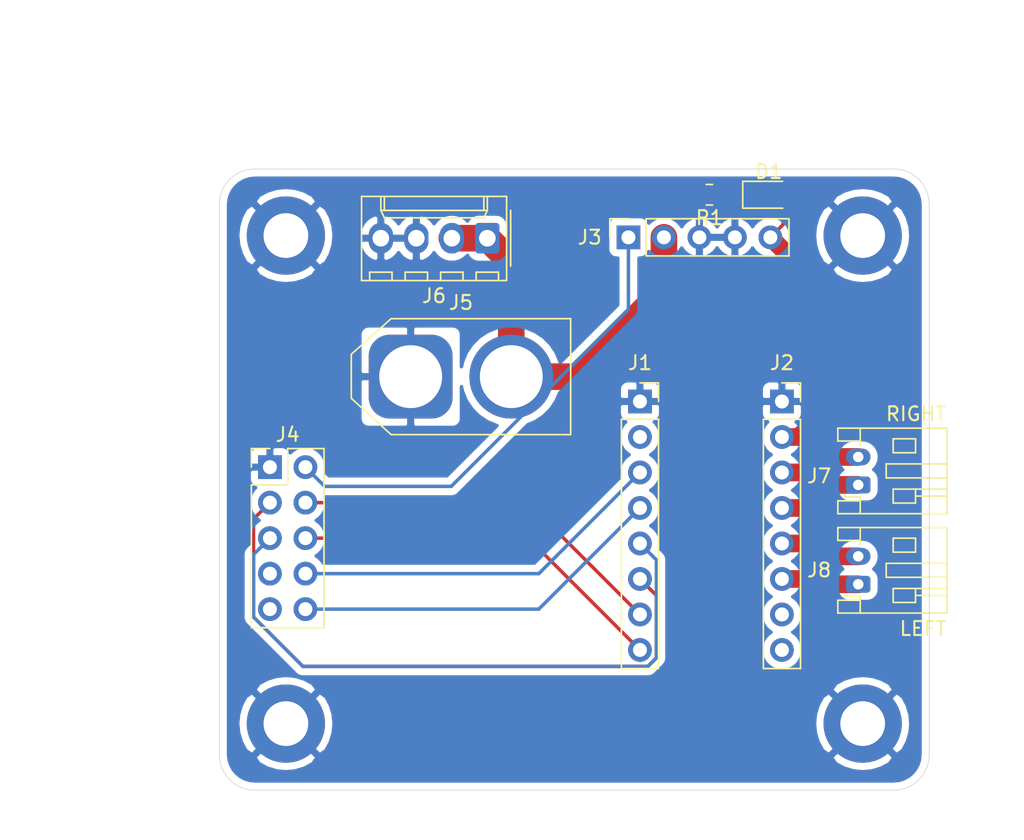
<source format=kicad_pcb>
(kicad_pcb (version 20171130) (host pcbnew "(5.1.8)-1")

  (general
    (thickness 1.6)
    (drawings 21)
    (tracks 54)
    (zones 0)
    (modules 14)
    (nets 21)
  )

  (page A4)
  (title_block
    (title "Motor Control Board")
    (rev A)
  )

  (layers
    (0 F.Cu signal)
    (31 B.Cu signal)
    (32 B.Adhes user)
    (33 F.Adhes user)
    (34 B.Paste user)
    (35 F.Paste user)
    (36 B.SilkS user)
    (37 F.SilkS user)
    (38 B.Mask user)
    (39 F.Mask user)
    (40 Dwgs.User user)
    (41 Cmts.User user)
    (42 Eco1.User user)
    (43 Eco2.User user)
    (44 Edge.Cuts user)
    (45 Margin user)
    (46 B.CrtYd user)
    (47 F.CrtYd user)
    (48 B.Fab user)
    (49 F.Fab user)
  )

  (setup
    (last_trace_width 0.25)
    (trace_clearance 0.2)
    (zone_clearance 0.508)
    (zone_45_only no)
    (trace_min 0.2)
    (via_size 0.8)
    (via_drill 0.4)
    (via_min_size 0.4)
    (via_min_drill 0.3)
    (uvia_size 0.3)
    (uvia_drill 0.1)
    (uvias_allowed no)
    (uvia_min_size 0.2)
    (uvia_min_drill 0.1)
    (edge_width 0.05)
    (segment_width 0.2)
    (pcb_text_width 0.3)
    (pcb_text_size 1.5 1.5)
    (mod_edge_width 0.12)
    (mod_text_size 1 1)
    (mod_text_width 0.15)
    (pad_size 6.000001 6.000001)
    (pad_drill 4.500001)
    (pad_to_mask_clearance 0)
    (aux_axis_origin 0 0)
    (grid_origin 93.726 55.626)
    (visible_elements 7FFFFFFF)
    (pcbplotparams
      (layerselection 0x010fc_ffffffff)
      (usegerberextensions false)
      (usegerberattributes true)
      (usegerberadvancedattributes true)
      (creategerberjobfile true)
      (excludeedgelayer true)
      (linewidth 0.100000)
      (plotframeref false)
      (viasonmask false)
      (mode 1)
      (useauxorigin false)
      (hpglpennumber 1)
      (hpglpenspeed 20)
      (hpglpendiameter 15.000000)
      (psnegative false)
      (psa4output false)
      (plotreference true)
      (plotvalue true)
      (plotinvisibletext false)
      (padsonsilk false)
      (subtractmaskfromsilk false)
      (outputformat 1)
      (mirror false)
      (drillshape 1)
      (scaleselection 1)
      (outputdirectory ""))
  )

  (net 0 "")
  (net 1 GNDD)
  (net 2 "Net-(J1-Pad2)")
  (net 3 MOTOR_PWM_RIGHT_A)
  (net 4 MOTOR_PWM_RIGHT_B)
  (net 5 MOTOR_PWM_LEFT_B)
  (net 6 MOTOR_PWM_LEFT_A)
  (net 7 MOTOR_nSLEEP)
  (net 8 MOTOR_nFAULT)
  (net 9 +5V)
  (net 10 MOTOR_OUT_RIGHT_B)
  (net 11 MOTOR_OUT_RIGHT_A)
  (net 12 MOTOR_OUT_LEFT_A)
  (net 13 MOTOR_OUT_LEFT_B)
  (net 14 MOTOR_PWR_EN)
  (net 15 +BATT)
  (net 16 "Net-(J2-Pad8)")
  (net 17 "Net-(J2-Pad7)")
  (net 18 "Net-(J4-Pad7)")
  (net 19 "Net-(J4-Pad9)")
  (net 20 "Net-(D1-Pad1)")

  (net_class Default "This is the default net class."
    (clearance 0.2)
    (trace_width 0.25)
    (via_dia 0.8)
    (via_drill 0.4)
    (uvia_dia 0.3)
    (uvia_drill 0.1)
    (add_net GNDD)
    (add_net MOTOR_PWM_LEFT_A)
    (add_net MOTOR_PWM_LEFT_B)
    (add_net MOTOR_PWM_RIGHT_A)
    (add_net MOTOR_PWM_RIGHT_B)
    (add_net MOTOR_PWR_EN)
    (add_net MOTOR_nFAULT)
    (add_net MOTOR_nSLEEP)
    (add_net "Net-(D1-Pad1)")
    (add_net "Net-(J1-Pad2)")
    (add_net "Net-(J2-Pad7)")
    (add_net "Net-(J2-Pad8)")
    (add_net "Net-(J4-Pad7)")
    (add_net "Net-(J4-Pad9)")
  )

  (net_class BATTERY ""
    (clearance 0.508)
    (trace_width 1.905)
    (via_dia 0.8)
    (via_drill 0.4)
    (uvia_dia 0.3)
    (uvia_drill 0.1)
    (add_net +BATT)
  )

  (net_class MOTOR ""
    (clearance 0.254)
    (trace_width 1.27)
    (via_dia 0.8)
    (via_drill 0.4)
    (uvia_dia 0.3)
    (uvia_drill 0.1)
    (add_net +5V)
    (add_net MOTOR_OUT_LEFT_A)
    (add_net MOTOR_OUT_LEFT_B)
    (add_net MOTOR_OUT_RIGHT_A)
    (add_net MOTOR_OUT_RIGHT_B)
  )

  (module Connector_Molex:Molex_KK-254_AE-6410-04A_1x04_P2.54mm_Vertical (layer F.Cu) (tedit 602B0311) (tstamp 602AF59E)
    (at 112.903 60.579 180)
    (descr "Molex KK-254 Interconnect System, old/engineering part number: AE-6410-04A example for new part number: 22-27-2041, 4 Pins (http://www.molex.com/pdm_docs/sd/022272021_sd.pdf), generated with kicad-footprint-generator")
    (tags "connector Molex KK-254 vertical")
    (path /6017429D)
    (fp_text reference J6 (at 3.81 -4.12) (layer F.SilkS)
      (effects (font (size 1 1) (thickness 0.15)))
    )
    (fp_text value BoardToBoardPower (at 3.81 4.08) (layer F.Fab)
      (effects (font (size 1 1) (thickness 0.15)))
    )
    (fp_line (start 9.39 -3.42) (end -1.77 -3.42) (layer F.CrtYd) (width 0.05))
    (fp_line (start 9.39 3.38) (end 9.39 -3.42) (layer F.CrtYd) (width 0.05))
    (fp_line (start -1.77 3.38) (end 9.39 3.38) (layer F.CrtYd) (width 0.05))
    (fp_line (start -1.77 -3.42) (end -1.77 3.38) (layer F.CrtYd) (width 0.05))
    (fp_line (start 8.42 -2.43) (end 8.42 -3.03) (layer F.SilkS) (width 0.12))
    (fp_line (start 6.82 -2.43) (end 8.42 -2.43) (layer F.SilkS) (width 0.12))
    (fp_line (start 6.82 -3.03) (end 6.82 -2.43) (layer F.SilkS) (width 0.12))
    (fp_line (start 5.88 -2.43) (end 5.88 -3.03) (layer F.SilkS) (width 0.12))
    (fp_line (start 4.28 -2.43) (end 5.88 -2.43) (layer F.SilkS) (width 0.12))
    (fp_line (start 4.28 -3.03) (end 4.28 -2.43) (layer F.SilkS) (width 0.12))
    (fp_line (start 3.34 -2.43) (end 3.34 -3.03) (layer F.SilkS) (width 0.12))
    (fp_line (start 1.74 -2.43) (end 3.34 -2.43) (layer F.SilkS) (width 0.12))
    (fp_line (start 1.74 -3.03) (end 1.74 -2.43) (layer F.SilkS) (width 0.12))
    (fp_line (start 0.8 -2.43) (end 0.8 -3.03) (layer F.SilkS) (width 0.12))
    (fp_line (start -0.8 -2.43) (end 0.8 -2.43) (layer F.SilkS) (width 0.12))
    (fp_line (start -0.8 -3.03) (end -0.8 -2.43) (layer F.SilkS) (width 0.12))
    (fp_line (start 7.37 2.99) (end 7.37 1.99) (layer F.SilkS) (width 0.12))
    (fp_line (start 0.25 2.99) (end 0.25 1.99) (layer F.SilkS) (width 0.12))
    (fp_line (start 7.37 1.46) (end 7.62 1.99) (layer F.SilkS) (width 0.12))
    (fp_line (start 0.25 1.46) (end 7.37 1.46) (layer F.SilkS) (width 0.12))
    (fp_line (start 0 1.99) (end 0.25 1.46) (layer F.SilkS) (width 0.12))
    (fp_line (start 7.62 1.99) (end 7.62 2.99) (layer F.SilkS) (width 0.12))
    (fp_line (start 0 1.99) (end 7.62 1.99) (layer F.SilkS) (width 0.12))
    (fp_line (start 0 2.99) (end 0 1.99) (layer F.SilkS) (width 0.12))
    (fp_line (start -0.562893 0) (end -1.27 0.5) (layer F.Fab) (width 0.1))
    (fp_line (start -1.27 -0.5) (end -0.562893 0) (layer F.Fab) (width 0.1))
    (fp_line (start -1.67 -2) (end -1.67 2) (layer F.SilkS) (width 0.12))
    (fp_line (start 9 -3.03) (end -1.38 -3.03) (layer F.SilkS) (width 0.12))
    (fp_line (start 9 2.99) (end 9 -3.03) (layer F.SilkS) (width 0.12))
    (fp_line (start -1.38 2.99) (end 9 2.99) (layer F.SilkS) (width 0.12))
    (fp_line (start -1.38 -3.03) (end -1.38 2.99) (layer F.SilkS) (width 0.12))
    (fp_line (start 8.89 -2.92) (end -1.27 -2.92) (layer F.Fab) (width 0.1))
    (fp_line (start 8.89 2.88) (end 8.89 -2.92) (layer F.Fab) (width 0.1))
    (fp_line (start -1.27 2.88) (end 8.89 2.88) (layer F.Fab) (width 0.1))
    (fp_line (start -1.27 -2.92) (end -1.27 2.88) (layer F.Fab) (width 0.1))
    (fp_text user %R (at 3.81 -2.22) (layer F.Fab)
      (effects (font (size 1 1) (thickness 0.15)))
    )
    (pad 1 thru_hole roundrect (at 0 0 180) (size 1.74 2.19) (drill 1.19) (layers *.Cu *.Mask) (roundrect_rratio 0.143678)
      (net 15 +BATT))
    (pad 2 thru_hole oval (at 2.54 0 180) (size 1.74 2.19) (drill 1.19) (layers *.Cu *.Mask)
      (net 15 +BATT))
    (pad 3 thru_hole oval (at 5.08 0 180) (size 1.74 2.19) (drill 1.19) (layers *.Cu *.Mask)
      (net 1 GNDD) (clearance 0.508))
    (pad 4 thru_hole oval (at 7.62 0 180) (size 1.74 2.19) (drill 1.19) (layers *.Cu *.Mask)
      (net 1 GNDD) (clearance 0.508))
    (model ${KISYS3DMOD}/Connector_Molex.3dshapes/Molex_KK-254_AE-6410-04A_1x04_P2.54mm_Vertical.wrl
      (at (xyz 0 0 0))
      (scale (xyz 1 1 1))
      (rotate (xyz 0 0 0))
    )
  )

  (module Connector_PinHeader_2.54mm:PinHeader_2x05_P2.54mm_Vertical (layer F.Cu) (tedit 59FED5CC) (tstamp 602AF69D)
    (at 97.3455 76.962)
    (descr "Through hole straight pin header, 2x05, 2.54mm pitch, double rows")
    (tags "Through hole pin header THT 2x05 2.54mm double row")
    (path /5FE5A2AA)
    (fp_text reference J4 (at 1.27 -2.33) (layer F.SilkS)
      (effects (font (size 1 1) (thickness 0.15)))
    )
    (fp_text value "Ribbon Connector" (at 0 12.573) (layer F.Fab)
      (effects (font (size 1 1) (thickness 0.15)))
    )
    (fp_line (start 0 -1.27) (end 3.81 -1.27) (layer F.Fab) (width 0.1))
    (fp_line (start 3.81 -1.27) (end 3.81 11.43) (layer F.Fab) (width 0.1))
    (fp_line (start 3.81 11.43) (end -1.27 11.43) (layer F.Fab) (width 0.1))
    (fp_line (start -1.27 11.43) (end -1.27 0) (layer F.Fab) (width 0.1))
    (fp_line (start -1.27 0) (end 0 -1.27) (layer F.Fab) (width 0.1))
    (fp_line (start -1.33 11.49) (end 3.87 11.49) (layer F.SilkS) (width 0.12))
    (fp_line (start -1.33 1.27) (end -1.33 11.49) (layer F.SilkS) (width 0.12))
    (fp_line (start 3.87 -1.33) (end 3.87 11.49) (layer F.SilkS) (width 0.12))
    (fp_line (start -1.33 1.27) (end 1.27 1.27) (layer F.SilkS) (width 0.12))
    (fp_line (start 1.27 1.27) (end 1.27 -1.33) (layer F.SilkS) (width 0.12))
    (fp_line (start 1.27 -1.33) (end 3.87 -1.33) (layer F.SilkS) (width 0.12))
    (fp_line (start -1.33 0) (end -1.33 -1.33) (layer F.SilkS) (width 0.12))
    (fp_line (start -1.33 -1.33) (end 0 -1.33) (layer F.SilkS) (width 0.12))
    (fp_line (start -1.8 -1.8) (end -1.8 11.95) (layer F.CrtYd) (width 0.05))
    (fp_line (start -1.8 11.95) (end 4.35 11.95) (layer F.CrtYd) (width 0.05))
    (fp_line (start 4.35 11.95) (end 4.35 -1.8) (layer F.CrtYd) (width 0.05))
    (fp_line (start 4.35 -1.8) (end -1.8 -1.8) (layer F.CrtYd) (width 0.05))
    (fp_text user %R (at 1.27 5.08 90) (layer F.Fab)
      (effects (font (size 1 1) (thickness 0.15)))
    )
    (pad 1 thru_hole rect (at 0 0) (size 1.7 1.7) (drill 1) (layers *.Cu *.Mask)
      (net 1 GNDD))
    (pad 2 thru_hole oval (at 2.54 0) (size 1.7 1.7) (drill 1) (layers *.Cu *.Mask)
      (net 14 MOTOR_PWR_EN))
    (pad 3 thru_hole oval (at 0 2.54) (size 1.7 1.7) (drill 1) (layers *.Cu *.Mask)
      (net 6 MOTOR_PWM_LEFT_A))
    (pad 4 thru_hole oval (at 2.54 2.54) (size 1.7 1.7) (drill 1) (layers *.Cu *.Mask)
      (net 7 MOTOR_nSLEEP))
    (pad 5 thru_hole oval (at 0 5.08) (size 1.7 1.7) (drill 1) (layers *.Cu *.Mask)
      (net 5 MOTOR_PWM_LEFT_B))
    (pad 6 thru_hole oval (at 2.54 5.08) (size 1.7 1.7) (drill 1) (layers *.Cu *.Mask)
      (net 8 MOTOR_nFAULT))
    (pad 7 thru_hole oval (at 0 7.62) (size 1.7 1.7) (drill 1) (layers *.Cu *.Mask)
      (net 18 "Net-(J4-Pad7)"))
    (pad 8 thru_hole oval (at 2.54 7.62) (size 1.7 1.7) (drill 1) (layers *.Cu *.Mask)
      (net 3 MOTOR_PWM_RIGHT_A))
    (pad 9 thru_hole oval (at 0 10.16) (size 1.7 1.7) (drill 1) (layers *.Cu *.Mask)
      (net 19 "Net-(J4-Pad9)"))
    (pad 10 thru_hole oval (at 2.54 10.16) (size 1.7 1.7) (drill 1) (layers *.Cu *.Mask)
      (net 4 MOTOR_PWM_RIGHT_B))
    (model ${KISYS3DMOD}/Connector_PinHeader_2.54mm.3dshapes/PinHeader_2x05_P2.54mm_Vertical.wrl
      (at (xyz 0 0 0))
      (scale (xyz 1 1 1))
      (rotate (xyz 0 0 0))
    )
  )

  (module MountingHole:MountingHole_3.2mm_M3_DIN965_Pad (layer F.Cu) (tedit 56D1B4CB) (tstamp 602AF81A)
    (at 139.7635 95.3135)
    (descr "Mounting Hole 3.2mm, M3, DIN965")
    (tags "mounting hole 3.2mm m3 din965")
    (path /5FEB6F3D)
    (attr virtual)
    (fp_text reference H4 (at -3.302 2.54) (layer F.SilkS) hide
      (effects (font (size 1 1) (thickness 0.15)))
    )
    (fp_text value MountingHole_Pad (at 0 3.8) (layer F.Fab) hide
      (effects (font (size 1 1) (thickness 0.15)))
    )
    (fp_circle (center 0 0) (end 2.8 0) (layer Cmts.User) (width 0.15))
    (fp_circle (center 0 0) (end 3.05 0) (layer F.CrtYd) (width 0.05))
    (fp_text user %R (at 0.3 0) (layer F.Fab)
      (effects (font (size 1 1) (thickness 0.15)))
    )
    (pad 1 thru_hole circle (at 0 0) (size 5.6 5.6) (drill 3.2) (layers *.Cu *.Mask)
      (net 1 GNDD))
  )

  (module MountingHole:MountingHole_3.2mm_M3_DIN965_Pad (layer F.Cu) (tedit 56D1B4CB) (tstamp 602AF565)
    (at 98.4885 95.3135)
    (descr "Mounting Hole 3.2mm, M3, DIN965")
    (tags "mounting hole 3.2mm m3 din965")
    (path /5FEB6A2D)
    (attr virtual)
    (fp_text reference H3 (at 3.302 2.54) (layer F.SilkS) hide
      (effects (font (size 1 1) (thickness 0.15)))
    )
    (fp_text value MountingHole_Pad (at 0 3.8) (layer F.Fab) hide
      (effects (font (size 1 1) (thickness 0.15)))
    )
    (fp_circle (center 0 0) (end 3.05 0) (layer F.CrtYd) (width 0.05))
    (fp_circle (center 0 0) (end 2.8 0) (layer Cmts.User) (width 0.15))
    (fp_text user %R (at 0.3 0) (layer F.Fab)
      (effects (font (size 1 1) (thickness 0.15)))
    )
    (pad 1 thru_hole circle (at 0 0) (size 5.6 5.6) (drill 3.2) (layers *.Cu *.Mask)
      (net 1 GNDD))
  )

  (module MountingHole:MountingHole_3.2mm_M3_DIN965_Pad (layer F.Cu) (tedit 56D1B4CB) (tstamp 602AF550)
    (at 139.7635 60.3885)
    (descr "Mounting Hole 3.2mm, M3, DIN965")
    (tags "mounting hole 3.2mm m3 din965")
    (path /5FEB59A4)
    (attr virtual)
    (fp_text reference H2 (at -3.302 2.667) (layer F.SilkS) hide
      (effects (font (size 1 1) (thickness 0.15)))
    )
    (fp_text value MountingHole_Pad (at 0 3.8) (layer F.Fab) hide
      (effects (font (size 1 1) (thickness 0.15)))
    )
    (fp_circle (center 0 0) (end 3.05 0) (layer F.CrtYd) (width 0.05))
    (fp_circle (center 0 0) (end 2.8 0) (layer Cmts.User) (width 0.15))
    (fp_text user %R (at 0.3 0) (layer F.Fab)
      (effects (font (size 1 1) (thickness 0.15)))
    )
    (pad 1 thru_hole circle (at 0 0) (size 5.6 5.6) (drill 3.2) (layers *.Cu *.Mask)
      (net 1 GNDD))
  )

  (module MountingHole:MountingHole_3.2mm_M3_DIN965_Pad (layer F.Cu) (tedit 56D1B4CB) (tstamp 602AF918)
    (at 98.4885 60.3885)
    (descr "Mounting Hole 3.2mm, M3, DIN965")
    (tags "mounting hole 3.2mm m3 din965")
    (path /5FEB5264)
    (attr virtual)
    (fp_text reference H1 (at -2.8575 2.8575) (layer F.SilkS) hide
      (effects (font (size 1 1) (thickness 0.15)))
    )
    (fp_text value MountingHole_Pad (at 0 3.8) (layer F.Fab) hide
      (effects (font (size 1 1) (thickness 0.15)))
    )
    (fp_circle (center 0 0) (end 3.05 0) (layer F.CrtYd) (width 0.05))
    (fp_circle (center 0 0) (end 2.8 0) (layer Cmts.User) (width 0.15))
    (fp_text user %R (at 0.3 0) (layer F.Fab)
      (effects (font (size 1 1) (thickness 0.15)))
    )
    (pad 1 thru_hole circle (at 0 0) (size 5.6 5.6) (drill 3.2) (layers *.Cu *.Mask)
      (net 1 GNDD))
  )

  (module Connector_PinSocket_2.54mm:PinSocket_1x08_P2.54mm_Vertical (layer F.Cu) (tedit 5A19A420) (tstamp 602AFECA)
    (at 123.825 72.263)
    (descr "Through hole straight socket strip, 1x08, 2.54mm pitch, single row (from Kicad 4.0.7), script generated")
    (tags "Through hole socket strip THT 1x08 2.54mm single row")
    (path /5FE542FC)
    (fp_text reference J1 (at 0 -2.77) (layer F.SilkS)
      (effects (font (size 1 1) (thickness 0.15)))
    )
    (fp_text value "Motor Driver IN" (at 2.54 13.97 90) (layer F.Fab)
      (effects (font (size 1 1) (thickness 0.15)))
    )
    (fp_line (start -1.27 -1.27) (end 0.635 -1.27) (layer F.Fab) (width 0.1))
    (fp_line (start 0.635 -1.27) (end 1.27 -0.635) (layer F.Fab) (width 0.1))
    (fp_line (start 1.27 -0.635) (end 1.27 19.05) (layer F.Fab) (width 0.1))
    (fp_line (start 1.27 19.05) (end -1.27 19.05) (layer F.Fab) (width 0.1))
    (fp_line (start -1.27 19.05) (end -1.27 -1.27) (layer F.Fab) (width 0.1))
    (fp_line (start -1.33 1.27) (end 1.33 1.27) (layer F.SilkS) (width 0.12))
    (fp_line (start -1.33 1.27) (end -1.33 19.11) (layer F.SilkS) (width 0.12))
    (fp_line (start -1.33 19.11) (end 1.33 19.11) (layer F.SilkS) (width 0.12))
    (fp_line (start 1.33 1.27) (end 1.33 19.11) (layer F.SilkS) (width 0.12))
    (fp_line (start 1.33 -1.33) (end 1.33 0) (layer F.SilkS) (width 0.12))
    (fp_line (start 0 -1.33) (end 1.33 -1.33) (layer F.SilkS) (width 0.12))
    (fp_line (start -1.8 -1.8) (end 1.75 -1.8) (layer F.CrtYd) (width 0.05))
    (fp_line (start 1.75 -1.8) (end 1.75 19.55) (layer F.CrtYd) (width 0.05))
    (fp_line (start 1.75 19.55) (end -1.8 19.55) (layer F.CrtYd) (width 0.05))
    (fp_line (start -1.8 19.55) (end -1.8 -1.8) (layer F.CrtYd) (width 0.05))
    (fp_text user %R (at 0 8.89 90) (layer F.Fab)
      (effects (font (size 1 1) (thickness 0.15)))
    )
    (pad 1 thru_hole rect (at 0 0) (size 1.7 1.7) (drill 1) (layers *.Cu *.Mask)
      (net 1 GNDD))
    (pad 2 thru_hole oval (at 0 2.54) (size 1.7 1.7) (drill 1) (layers *.Cu *.Mask)
      (net 2 "Net-(J1-Pad2)"))
    (pad 3 thru_hole oval (at 0 5.08) (size 1.7 1.7) (drill 1) (layers *.Cu *.Mask)
      (net 3 MOTOR_PWM_RIGHT_A))
    (pad 4 thru_hole oval (at 0 7.62) (size 1.7 1.7) (drill 1) (layers *.Cu *.Mask)
      (net 4 MOTOR_PWM_RIGHT_B))
    (pad 5 thru_hole oval (at 0 10.16) (size 1.7 1.7) (drill 1) (layers *.Cu *.Mask)
      (net 5 MOTOR_PWM_LEFT_B))
    (pad 6 thru_hole oval (at 0 12.7) (size 1.7 1.7) (drill 1) (layers *.Cu *.Mask)
      (net 6 MOTOR_PWM_LEFT_A))
    (pad 7 thru_hole oval (at 0 15.24) (size 1.7 1.7) (drill 1) (layers *.Cu *.Mask)
      (net 7 MOTOR_nSLEEP))
    (pad 8 thru_hole oval (at 0 17.78) (size 1.7 1.7) (drill 1) (layers *.Cu *.Mask)
      (net 8 MOTOR_nFAULT))
    (model ${KISYS3DMOD}/Connector_PinSocket_2.54mm.3dshapes/PinSocket_1x08_P2.54mm_Vertical.wrl
      (at (xyz 0 0 0))
      (scale (xyz 1 1 1))
      (rotate (xyz 0 0 0))
    )
  )

  (module Connector_PinSocket_2.54mm:PinSocket_1x08_P2.54mm_Vertical (layer F.Cu) (tedit 5A19A420) (tstamp 602B002F)
    (at 133.985 72.263)
    (descr "Through hole straight socket strip, 1x08, 2.54mm pitch, single row (from Kicad 4.0.7), script generated")
    (tags "Through hole socket strip THT 1x08 2.54mm single row")
    (path /5FE548D2)
    (fp_text reference J2 (at 0 -2.77) (layer F.SilkS)
      (effects (font (size 1 1) (thickness 0.15)))
    )
    (fp_text value "Motor Driver OUT" (at -2.54 13.208 90) (layer F.Fab)
      (effects (font (size 1 1) (thickness 0.15)))
    )
    (fp_line (start -1.8 19.55) (end -1.8 -1.8) (layer F.CrtYd) (width 0.05))
    (fp_line (start 1.75 19.55) (end -1.8 19.55) (layer F.CrtYd) (width 0.05))
    (fp_line (start 1.75 -1.8) (end 1.75 19.55) (layer F.CrtYd) (width 0.05))
    (fp_line (start -1.8 -1.8) (end 1.75 -1.8) (layer F.CrtYd) (width 0.05))
    (fp_line (start 0 -1.33) (end 1.33 -1.33) (layer F.SilkS) (width 0.12))
    (fp_line (start 1.33 -1.33) (end 1.33 0) (layer F.SilkS) (width 0.12))
    (fp_line (start 1.33 1.27) (end 1.33 19.11) (layer F.SilkS) (width 0.12))
    (fp_line (start -1.33 19.11) (end 1.33 19.11) (layer F.SilkS) (width 0.12))
    (fp_line (start -1.33 1.27) (end -1.33 19.11) (layer F.SilkS) (width 0.12))
    (fp_line (start -1.33 1.27) (end 1.33 1.27) (layer F.SilkS) (width 0.12))
    (fp_line (start -1.27 19.05) (end -1.27 -1.27) (layer F.Fab) (width 0.1))
    (fp_line (start 1.27 19.05) (end -1.27 19.05) (layer F.Fab) (width 0.1))
    (fp_line (start 1.27 -0.635) (end 1.27 19.05) (layer F.Fab) (width 0.1))
    (fp_line (start 0.635 -1.27) (end 1.27 -0.635) (layer F.Fab) (width 0.1))
    (fp_line (start -1.27 -1.27) (end 0.635 -1.27) (layer F.Fab) (width 0.1))
    (fp_text user %R (at 0 8.89 90) (layer F.Fab)
      (effects (font (size 1 1) (thickness 0.15)))
    )
    (pad 8 thru_hole oval (at 0 17.78) (size 1.7 1.7) (drill 1) (layers *.Cu *.Mask)
      (net 16 "Net-(J2-Pad8)"))
    (pad 7 thru_hole oval (at 0 15.24) (size 1.7 1.7) (drill 1) (layers *.Cu *.Mask)
      (net 17 "Net-(J2-Pad7)"))
    (pad 6 thru_hole oval (at 0 12.7) (size 1.7 1.7) (drill 1) (layers *.Cu *.Mask)
      (net 13 MOTOR_OUT_LEFT_B))
    (pad 5 thru_hole oval (at 0 10.16) (size 1.7 1.7) (drill 1) (layers *.Cu *.Mask)
      (net 12 MOTOR_OUT_LEFT_A))
    (pad 4 thru_hole oval (at 0 7.62) (size 1.7 1.7) (drill 1) (layers *.Cu *.Mask)
      (net 11 MOTOR_OUT_RIGHT_A))
    (pad 3 thru_hole oval (at 0 5.08) (size 1.7 1.7) (drill 1) (layers *.Cu *.Mask)
      (net 10 MOTOR_OUT_RIGHT_B))
    (pad 2 thru_hole oval (at 0 2.54) (size 1.7 1.7) (drill 1) (layers *.Cu *.Mask)
      (net 9 +5V))
    (pad 1 thru_hole rect (at 0 0) (size 1.7 1.7) (drill 1) (layers *.Cu *.Mask)
      (net 1 GNDD))
    (model ${KISYS3DMOD}/Connector_PinSocket_2.54mm.3dshapes/PinSocket_1x08_P2.54mm_Vertical.wrl
      (at (xyz 0 0 0))
      (scale (xyz 1 1 1))
      (rotate (xyz 0 0 0))
    )
  )

  (module Connector_PinSocket_2.54mm:PinSocket_1x05_P2.54mm_Vertical (layer F.Cu) (tedit 5A19A420) (tstamp 602AF4C8)
    (at 122.9995 60.5155 90)
    (descr "Through hole straight socket strip, 1x05, 2.54mm pitch, single row (from Kicad 4.0.7), script generated")
    (tags "Through hole socket strip THT 1x05 2.54mm single row")
    (path /5FE6091B)
    (fp_text reference J3 (at 0 -2.77 180) (layer F.SilkS)
      (effects (font (size 1 1) (thickness 0.15)))
    )
    (fp_text value Regulator (at -2.54 1.651 180) (layer F.Fab)
      (effects (font (size 1 1) (thickness 0.15)))
    )
    (fp_line (start -1.27 -1.27) (end 0.635 -1.27) (layer F.Fab) (width 0.1))
    (fp_line (start 0.635 -1.27) (end 1.27 -0.635) (layer F.Fab) (width 0.1))
    (fp_line (start 1.27 -0.635) (end 1.27 11.43) (layer F.Fab) (width 0.1))
    (fp_line (start 1.27 11.43) (end -1.27 11.43) (layer F.Fab) (width 0.1))
    (fp_line (start -1.27 11.43) (end -1.27 -1.27) (layer F.Fab) (width 0.1))
    (fp_line (start -1.33 1.27) (end 1.33 1.27) (layer F.SilkS) (width 0.12))
    (fp_line (start -1.33 1.27) (end -1.33 11.49) (layer F.SilkS) (width 0.12))
    (fp_line (start -1.33 11.49) (end 1.33 11.49) (layer F.SilkS) (width 0.12))
    (fp_line (start 1.33 1.27) (end 1.33 11.49) (layer F.SilkS) (width 0.12))
    (fp_line (start 1.33 -1.33) (end 1.33 0) (layer F.SilkS) (width 0.12))
    (fp_line (start 0 -1.33) (end 1.33 -1.33) (layer F.SilkS) (width 0.12))
    (fp_line (start -1.8 -1.8) (end 1.75 -1.8) (layer F.CrtYd) (width 0.05))
    (fp_line (start 1.75 -1.8) (end 1.75 11.9) (layer F.CrtYd) (width 0.05))
    (fp_line (start 1.75 11.9) (end -1.8 11.9) (layer F.CrtYd) (width 0.05))
    (fp_line (start -1.8 11.9) (end -1.8 -1.8) (layer F.CrtYd) (width 0.05))
    (fp_text user %R (at 0 5.08) (layer F.Fab)
      (effects (font (size 1 1) (thickness 0.15)))
    )
    (pad 1 thru_hole rect (at 0 0 90) (size 1.7 1.7) (drill 1) (layers *.Cu *.Mask)
      (net 14 MOTOR_PWR_EN))
    (pad 2 thru_hole oval (at 0 2.54 90) (size 1.7 1.7) (drill 1) (layers *.Cu *.Mask)
      (net 15 +BATT))
    (pad 3 thru_hole oval (at 0 5.08 90) (size 1.7 1.7) (drill 1) (layers *.Cu *.Mask)
      (net 1 GNDD))
    (pad 4 thru_hole oval (at 0 7.62 90) (size 1.7 1.7) (drill 1) (layers *.Cu *.Mask)
      (net 1 GNDD))
    (pad 5 thru_hole oval (at 0 10.16 90) (size 1.7 1.7) (drill 1) (layers *.Cu *.Mask)
      (net 9 +5V))
    (model ${KISYS3DMOD}/Connector_PinSocket_2.54mm.3dshapes/PinSocket_1x05_P2.54mm_Vertical.wrl
      (at (xyz 0 0 0))
      (scale (xyz 1 1 1))
      (rotate (xyz 0 0 0))
    )
  )

  (module Connector_AMASS:AMASS_XT60-F_1x02_P7.20mm_Vertical (layer F.Cu) (tedit 602B06C6) (tstamp 602AF792)
    (at 107.4175 70.485)
    (descr "AMASS female XT60, through hole, vertical, https://www.tme.eu/Document/2d152ced3b7a446066e6c419d84bb460/XT60%20SPEC.pdf")
    (tags "XT60 female vertical")
    (path /5FE69896)
    (fp_text reference J5 (at 3.6 -5.3 180) (layer F.SilkS)
      (effects (font (size 1 1) (thickness 0.15)))
    )
    (fp_text value Battery (at 6.1205 5.3975) (layer F.Fab)
      (effects (font (size 1 1) (thickness 0.15)))
    )
    (fp_line (start 11.45 -4.15) (end -1.4 -4.15) (layer F.SilkS) (width 0.12))
    (fp_line (start -4.25 -1.6) (end -4.25 1.55) (layer F.SilkS) (width 0.12))
    (fp_line (start -1.4 4.15) (end 11.45 4.15) (layer F.SilkS) (width 0.12))
    (fp_line (start 11.45 4.15) (end 11.45 -4.15) (layer F.SilkS) (width 0.12))
    (fp_line (start -1.4 -4.15) (end -4.25 -1.6) (layer F.SilkS) (width 0.12))
    (fp_line (start -4.25 1.55) (end -1.4 4.15) (layer F.SilkS) (width 0.12))
    (fp_line (start 11.35 -4.05) (end -1.4 -4.05) (layer F.Fab) (width 0.12))
    (fp_line (start -1.4 -4.05) (end -4.15 -1.55) (layer F.Fab) (width 0.12))
    (fp_line (start -4.15 -1.55) (end -4.15 1.55) (layer F.Fab) (width 0.12))
    (fp_line (start -4.15 1.55) (end -1.4 4.05) (layer F.Fab) (width 0.12))
    (fp_line (start -1.4 4.05) (end 11.35 4.05) (layer F.Fab) (width 0.12))
    (fp_line (start 11.35 4.05) (end 11.35 -4.05) (layer F.Fab) (width 0.12))
    (fp_line (start 11.85 -4.6) (end 11.85 4.6) (layer F.CrtYd) (width 0.05))
    (fp_line (start 11.85 4.6) (end -1.6 4.6) (layer F.CrtYd) (width 0.05))
    (fp_line (start -1.6 4.6) (end -4.65 1.85) (layer F.CrtYd) (width 0.05))
    (fp_line (start -4.65 1.85) (end -4.65 -1.85) (layer F.CrtYd) (width 0.05))
    (fp_line (start -4.65 -1.85) (end -1.6 -4.6) (layer F.CrtYd) (width 0.05))
    (fp_line (start -1.6 -4.6) (end 11.85 -4.6) (layer F.CrtYd) (width 0.05))
    (fp_text user %R (at 3.6 0.05) (layer F.Fab)
      (effects (font (size 1 1) (thickness 0.15)))
    )
    (pad 2 thru_hole circle (at 7.2 0) (size 6 6) (drill 4.5) (layers *.Cu *.Mask)
      (net 15 +BATT))
    (pad 1 thru_hole roundrect (at 0 0) (size 6.000001 6.000001) (drill 4.500001) (layers *.Cu *.Mask) (roundrect_rratio 0.25)
      (net 1 GNDD) (clearance 0.508))
    (model ${KISYS3DMOD}/Connector_AMASS.3dshapes/AMASS_XT60-F_1x02_P7.2mm_Vertical.wrl
      (at (xyz 0 0 0))
      (scale (xyz 1 1 1))
      (rotate (xyz 0 0 0))
    )
  )

  (module Connector_JST:JST_PH_S2B-PH-K_1x02_P2.00mm_Horizontal (layer F.Cu) (tedit 5B7745C6) (tstamp 602AFFB8)
    (at 139.446 78.232 90)
    (descr "JST PH series connector, S2B-PH-K (http://www.jst-mfg.com/product/pdf/eng/ePH.pdf), generated with kicad-footprint-generator")
    (tags "connector JST PH top entry")
    (path /5FE7B117)
    (fp_text reference J7 (at 0.635 -2.794 180) (layer F.SilkS)
      (effects (font (size 1 1) (thickness 0.15)))
    )
    (fp_text value "Right Motor JST" (at 1 7.45 90) (layer F.Fab) hide
      (effects (font (size 1 1) (thickness 0.15)))
    )
    (fp_line (start -0.86 0.14) (end -1.14 0.14) (layer F.SilkS) (width 0.12))
    (fp_line (start -1.14 0.14) (end -1.14 -1.46) (layer F.SilkS) (width 0.12))
    (fp_line (start -1.14 -1.46) (end -2.06 -1.46) (layer F.SilkS) (width 0.12))
    (fp_line (start -2.06 -1.46) (end -2.06 6.36) (layer F.SilkS) (width 0.12))
    (fp_line (start -2.06 6.36) (end 4.06 6.36) (layer F.SilkS) (width 0.12))
    (fp_line (start 4.06 6.36) (end 4.06 -1.46) (layer F.SilkS) (width 0.12))
    (fp_line (start 4.06 -1.46) (end 3.14 -1.46) (layer F.SilkS) (width 0.12))
    (fp_line (start 3.14 -1.46) (end 3.14 0.14) (layer F.SilkS) (width 0.12))
    (fp_line (start 3.14 0.14) (end 2.86 0.14) (layer F.SilkS) (width 0.12))
    (fp_line (start 0.5 6.36) (end 0.5 2) (layer F.SilkS) (width 0.12))
    (fp_line (start 0.5 2) (end 1.5 2) (layer F.SilkS) (width 0.12))
    (fp_line (start 1.5 2) (end 1.5 6.36) (layer F.SilkS) (width 0.12))
    (fp_line (start -2.06 0.14) (end -1.14 0.14) (layer F.SilkS) (width 0.12))
    (fp_line (start 4.06 0.14) (end 3.14 0.14) (layer F.SilkS) (width 0.12))
    (fp_line (start -1.3 2.5) (end -1.3 4.1) (layer F.SilkS) (width 0.12))
    (fp_line (start -1.3 4.1) (end -0.3 4.1) (layer F.SilkS) (width 0.12))
    (fp_line (start -0.3 4.1) (end -0.3 2.5) (layer F.SilkS) (width 0.12))
    (fp_line (start -0.3 2.5) (end -1.3 2.5) (layer F.SilkS) (width 0.12))
    (fp_line (start 3.3 2.5) (end 3.3 4.1) (layer F.SilkS) (width 0.12))
    (fp_line (start 3.3 4.1) (end 2.3 4.1) (layer F.SilkS) (width 0.12))
    (fp_line (start 2.3 4.1) (end 2.3 2.5) (layer F.SilkS) (width 0.12))
    (fp_line (start 2.3 2.5) (end 3.3 2.5) (layer F.SilkS) (width 0.12))
    (fp_line (start -0.3 4.1) (end -0.3 6.36) (layer F.SilkS) (width 0.12))
    (fp_line (start -0.8 4.1) (end -0.8 6.36) (layer F.SilkS) (width 0.12))
    (fp_line (start -2.45 -1.85) (end -2.45 6.75) (layer F.CrtYd) (width 0.05))
    (fp_line (start -2.45 6.75) (end 4.45 6.75) (layer F.CrtYd) (width 0.05))
    (fp_line (start 4.45 6.75) (end 4.45 -1.85) (layer F.CrtYd) (width 0.05))
    (fp_line (start 4.45 -1.85) (end -2.45 -1.85) (layer F.CrtYd) (width 0.05))
    (fp_line (start -1.25 0.25) (end -1.25 -1.35) (layer F.Fab) (width 0.1))
    (fp_line (start -1.25 -1.35) (end -1.95 -1.35) (layer F.Fab) (width 0.1))
    (fp_line (start -1.95 -1.35) (end -1.95 6.25) (layer F.Fab) (width 0.1))
    (fp_line (start -1.95 6.25) (end 3.95 6.25) (layer F.Fab) (width 0.1))
    (fp_line (start 3.95 6.25) (end 3.95 -1.35) (layer F.Fab) (width 0.1))
    (fp_line (start 3.95 -1.35) (end 3.25 -1.35) (layer F.Fab) (width 0.1))
    (fp_line (start 3.25 -1.35) (end 3.25 0.25) (layer F.Fab) (width 0.1))
    (fp_line (start 3.25 0.25) (end -1.25 0.25) (layer F.Fab) (width 0.1))
    (fp_line (start -0.86 0.14) (end -0.86 -1.075) (layer F.SilkS) (width 0.12))
    (fp_line (start 0 0.875) (end -0.5 1.375) (layer F.Fab) (width 0.1))
    (fp_line (start -0.5 1.375) (end 0.5 1.375) (layer F.Fab) (width 0.1))
    (fp_line (start 0.5 1.375) (end 0 0.875) (layer F.Fab) (width 0.1))
    (fp_text user %R (at 1 2.5 90) (layer F.Fab)
      (effects (font (size 1 1) (thickness 0.15)))
    )
    (pad 1 thru_hole roundrect (at 0 0 90) (size 1.2 1.75) (drill 0.75) (layers *.Cu *.Mask) (roundrect_rratio 0.208333)
      (net 11 MOTOR_OUT_RIGHT_A))
    (pad 2 thru_hole oval (at 2 0 90) (size 1.2 1.75) (drill 0.75) (layers *.Cu *.Mask)
      (net 10 MOTOR_OUT_RIGHT_B))
    (model ${KISYS3DMOD}/Connector_JST.3dshapes/JST_PH_S2B-PH-K_1x02_P2.00mm_Horizontal.wrl
      (at (xyz 0 0 0))
      (scale (xyz 1 1 1))
      (rotate (xyz 0 0 0))
    )
  )

  (module Connector_JST:JST_PH_S2B-PH-K_1x02_P2.00mm_Horizontal (layer F.Cu) (tedit 5B7745C6) (tstamp 602AFF2E)
    (at 139.446 85.344 90)
    (descr "JST PH series connector, S2B-PH-K (http://www.jst-mfg.com/product/pdf/eng/ePH.pdf), generated with kicad-footprint-generator")
    (tags "connector JST PH top entry")
    (path /5FE7B3EB)
    (fp_text reference J8 (at 1.016 -2.794 180) (layer F.SilkS)
      (effects (font (size 1 1) (thickness 0.15)))
    )
    (fp_text value "Left Motor JST" (at 1 7.45 90) (layer F.Fab) hide
      (effects (font (size 1 1) (thickness 0.15)))
    )
    (fp_line (start 0.5 1.375) (end 0 0.875) (layer F.Fab) (width 0.1))
    (fp_line (start -0.5 1.375) (end 0.5 1.375) (layer F.Fab) (width 0.1))
    (fp_line (start 0 0.875) (end -0.5 1.375) (layer F.Fab) (width 0.1))
    (fp_line (start -0.86 0.14) (end -0.86 -1.075) (layer F.SilkS) (width 0.12))
    (fp_line (start 3.25 0.25) (end -1.25 0.25) (layer F.Fab) (width 0.1))
    (fp_line (start 3.25 -1.35) (end 3.25 0.25) (layer F.Fab) (width 0.1))
    (fp_line (start 3.95 -1.35) (end 3.25 -1.35) (layer F.Fab) (width 0.1))
    (fp_line (start 3.95 6.25) (end 3.95 -1.35) (layer F.Fab) (width 0.1))
    (fp_line (start -1.95 6.25) (end 3.95 6.25) (layer F.Fab) (width 0.1))
    (fp_line (start -1.95 -1.35) (end -1.95 6.25) (layer F.Fab) (width 0.1))
    (fp_line (start -1.25 -1.35) (end -1.95 -1.35) (layer F.Fab) (width 0.1))
    (fp_line (start -1.25 0.25) (end -1.25 -1.35) (layer F.Fab) (width 0.1))
    (fp_line (start 4.45 -1.85) (end -2.45 -1.85) (layer F.CrtYd) (width 0.05))
    (fp_line (start 4.45 6.75) (end 4.45 -1.85) (layer F.CrtYd) (width 0.05))
    (fp_line (start -2.45 6.75) (end 4.45 6.75) (layer F.CrtYd) (width 0.05))
    (fp_line (start -2.45 -1.85) (end -2.45 6.75) (layer F.CrtYd) (width 0.05))
    (fp_line (start -0.8 4.1) (end -0.8 6.36) (layer F.SilkS) (width 0.12))
    (fp_line (start -0.3 4.1) (end -0.3 6.36) (layer F.SilkS) (width 0.12))
    (fp_line (start 2.3 2.5) (end 3.3 2.5) (layer F.SilkS) (width 0.12))
    (fp_line (start 2.3 4.1) (end 2.3 2.5) (layer F.SilkS) (width 0.12))
    (fp_line (start 3.3 4.1) (end 2.3 4.1) (layer F.SilkS) (width 0.12))
    (fp_line (start 3.3 2.5) (end 3.3 4.1) (layer F.SilkS) (width 0.12))
    (fp_line (start -0.3 2.5) (end -1.3 2.5) (layer F.SilkS) (width 0.12))
    (fp_line (start -0.3 4.1) (end -0.3 2.5) (layer F.SilkS) (width 0.12))
    (fp_line (start -1.3 4.1) (end -0.3 4.1) (layer F.SilkS) (width 0.12))
    (fp_line (start -1.3 2.5) (end -1.3 4.1) (layer F.SilkS) (width 0.12))
    (fp_line (start 4.06 0.14) (end 3.14 0.14) (layer F.SilkS) (width 0.12))
    (fp_line (start -2.06 0.14) (end -1.14 0.14) (layer F.SilkS) (width 0.12))
    (fp_line (start 1.5 2) (end 1.5 6.36) (layer F.SilkS) (width 0.12))
    (fp_line (start 0.5 2) (end 1.5 2) (layer F.SilkS) (width 0.12))
    (fp_line (start 0.5 6.36) (end 0.5 2) (layer F.SilkS) (width 0.12))
    (fp_line (start 3.14 0.14) (end 2.86 0.14) (layer F.SilkS) (width 0.12))
    (fp_line (start 3.14 -1.46) (end 3.14 0.14) (layer F.SilkS) (width 0.12))
    (fp_line (start 4.06 -1.46) (end 3.14 -1.46) (layer F.SilkS) (width 0.12))
    (fp_line (start 4.06 6.36) (end 4.06 -1.46) (layer F.SilkS) (width 0.12))
    (fp_line (start -2.06 6.36) (end 4.06 6.36) (layer F.SilkS) (width 0.12))
    (fp_line (start -2.06 -1.46) (end -2.06 6.36) (layer F.SilkS) (width 0.12))
    (fp_line (start -1.14 -1.46) (end -2.06 -1.46) (layer F.SilkS) (width 0.12))
    (fp_line (start -1.14 0.14) (end -1.14 -1.46) (layer F.SilkS) (width 0.12))
    (fp_line (start -0.86 0.14) (end -1.14 0.14) (layer F.SilkS) (width 0.12))
    (fp_text user %R (at 1 2.5 90) (layer F.Fab)
      (effects (font (size 1 1) (thickness 0.15)))
    )
    (pad 2 thru_hole oval (at 2 0 90) (size 1.2 1.75) (drill 0.75) (layers *.Cu *.Mask)
      (net 12 MOTOR_OUT_LEFT_A))
    (pad 1 thru_hole roundrect (at 0 0 90) (size 1.2 1.75) (drill 0.75) (layers *.Cu *.Mask) (roundrect_rratio 0.208333)
      (net 13 MOTOR_OUT_LEFT_B))
    (model ${KISYS3DMOD}/Connector_JST.3dshapes/JST_PH_S2B-PH-K_1x02_P2.00mm_Horizontal.wrl
      (at (xyz 0 0 0))
      (scale (xyz 1 1 1))
      (rotate (xyz 0 0 0))
    )
  )

  (module LED_SMD:LED_0805_2012Metric_Pad1.15x1.40mm_HandSolder (layer F.Cu) (tedit 5F68FEF1) (tstamp 60346326)
    (at 133.0415 57.4675)
    (descr "LED SMD 0805 (2012 Metric), square (rectangular) end terminal, IPC_7351 nominal, (Body size source: https://docs.google.com/spreadsheets/d/1BsfQQcO9C6DZCsRaXUlFlo91Tg2WpOkGARC1WS5S8t0/edit?usp=sharing), generated with kicad-footprint-generator")
    (tags "LED handsolder")
    (path /6034D106)
    (attr smd)
    (fp_text reference D1 (at 0 -1.65) (layer F.SilkS)
      (effects (font (size 1 1) (thickness 0.15)))
    )
    (fp_text value POWER_LED (at 0 1.65) (layer F.Fab)
      (effects (font (size 1 1) (thickness 0.15)))
    )
    (fp_line (start 1.85 0.95) (end -1.85 0.95) (layer F.CrtYd) (width 0.05))
    (fp_line (start 1.85 -0.95) (end 1.85 0.95) (layer F.CrtYd) (width 0.05))
    (fp_line (start -1.85 -0.95) (end 1.85 -0.95) (layer F.CrtYd) (width 0.05))
    (fp_line (start -1.85 0.95) (end -1.85 -0.95) (layer F.CrtYd) (width 0.05))
    (fp_line (start -1.86 0.96) (end 1 0.96) (layer F.SilkS) (width 0.12))
    (fp_line (start -1.86 -0.96) (end -1.86 0.96) (layer F.SilkS) (width 0.12))
    (fp_line (start 1 -0.96) (end -1.86 -0.96) (layer F.SilkS) (width 0.12))
    (fp_line (start 1 0.6) (end 1 -0.6) (layer F.Fab) (width 0.1))
    (fp_line (start -1 0.6) (end 1 0.6) (layer F.Fab) (width 0.1))
    (fp_line (start -1 -0.3) (end -1 0.6) (layer F.Fab) (width 0.1))
    (fp_line (start -0.7 -0.6) (end -1 -0.3) (layer F.Fab) (width 0.1))
    (fp_line (start 1 -0.6) (end -0.7 -0.6) (layer F.Fab) (width 0.1))
    (fp_text user %R (at 0 0) (layer F.Fab)
      (effects (font (size 0.5 0.5) (thickness 0.08)))
    )
    (pad 1 smd roundrect (at -1.025 0) (size 1.15 1.4) (layers F.Cu F.Paste F.Mask) (roundrect_rratio 0.217391)
      (net 20 "Net-(D1-Pad1)"))
    (pad 2 smd roundrect (at 1.025 0) (size 1.15 1.4) (layers F.Cu F.Paste F.Mask) (roundrect_rratio 0.217391)
      (net 9 +5V))
    (model ${KISYS3DMOD}/LED_SMD.3dshapes/LED_0805_2012Metric.wrl
      (at (xyz 0 0 0))
      (scale (xyz 1 1 1))
      (rotate (xyz 0 0 0))
    )
  )

  (module Resistor_SMD:R_0805_2012Metric_Pad1.20x1.40mm_HandSolder (layer F.Cu) (tedit 5F68FEEE) (tstamp 6034656F)
    (at 128.794 57.4675 180)
    (descr "Resistor SMD 0805 (2012 Metric), square (rectangular) end terminal, IPC_7351 nominal with elongated pad for handsoldering. (Body size source: IPC-SM-782 page 72, https://www.pcb-3d.com/wordpress/wp-content/uploads/ipc-sm-782a_amendment_1_and_2.pdf), generated with kicad-footprint-generator")
    (tags "resistor handsolder")
    (path /6034E90E)
    (attr smd)
    (fp_text reference R1 (at 0 -1.65) (layer F.SilkS)
      (effects (font (size 1 1) (thickness 0.15)))
    )
    (fp_text value R (at 0 1.65) (layer F.Fab)
      (effects (font (size 1 1) (thickness 0.15)))
    )
    (fp_line (start 1.85 0.95) (end -1.85 0.95) (layer F.CrtYd) (width 0.05))
    (fp_line (start 1.85 -0.95) (end 1.85 0.95) (layer F.CrtYd) (width 0.05))
    (fp_line (start -1.85 -0.95) (end 1.85 -0.95) (layer F.CrtYd) (width 0.05))
    (fp_line (start -1.85 0.95) (end -1.85 -0.95) (layer F.CrtYd) (width 0.05))
    (fp_line (start -0.227064 0.735) (end 0.227064 0.735) (layer F.SilkS) (width 0.12))
    (fp_line (start -0.227064 -0.735) (end 0.227064 -0.735) (layer F.SilkS) (width 0.12))
    (fp_line (start 1 0.625) (end -1 0.625) (layer F.Fab) (width 0.1))
    (fp_line (start 1 -0.625) (end 1 0.625) (layer F.Fab) (width 0.1))
    (fp_line (start -1 -0.625) (end 1 -0.625) (layer F.Fab) (width 0.1))
    (fp_line (start -1 0.625) (end -1 -0.625) (layer F.Fab) (width 0.1))
    (fp_text user %R (at 0 0) (layer F.Fab)
      (effects (font (size 0.5 0.5) (thickness 0.08)))
    )
    (pad 1 smd roundrect (at -1 0 180) (size 1.2 1.4) (layers F.Cu F.Paste F.Mask) (roundrect_rratio 0.208333)
      (net 20 "Net-(D1-Pad1)"))
    (pad 2 smd roundrect (at 1 0 180) (size 1.2 1.4) (layers F.Cu F.Paste F.Mask) (roundrect_rratio 0.208333)
      (net 1 GNDD))
    (model ${KISYS3DMOD}/Resistor_SMD.3dshapes/R_0805_2012Metric.wrl
      (at (xyz 0 0 0))
      (scale (xyz 1 1 1))
      (rotate (xyz 0 0 0))
    )
  )

  (dimension 44.45 (width 0.15) (layer Dwgs.User)
    (gr_text "1.7500 in" (at 81.6945 77.851 270) (layer Dwgs.User)
      (effects (font (size 1 1) (thickness 0.15)))
    )
    (feature1 (pts (xy 98.552 100.076) (xy 82.408079 100.076)))
    (feature2 (pts (xy 98.552 55.626) (xy 82.408079 55.626)))
    (crossbar (pts (xy 82.9945 55.626) (xy 82.9945 100.076)))
    (arrow1a (pts (xy 82.9945 100.076) (xy 82.408079 98.949496)))
    (arrow1b (pts (xy 82.9945 100.076) (xy 83.580921 98.949496)))
    (arrow2a (pts (xy 82.9945 55.626) (xy 82.408079 56.752504)))
    (arrow2b (pts (xy 82.9945 55.626) (xy 83.580921 56.752504)))
  )
  (dimension 50.8 (width 0.15) (layer Dwgs.User)
    (gr_text "2.0000 in" (at 119.126 44.2295) (layer Dwgs.User)
      (effects (font (size 1 1) (thickness 0.15)))
    )
    (feature1 (pts (xy 144.526 58.801) (xy 144.526 44.943079)))
    (feature2 (pts (xy 93.726 58.801) (xy 93.726 44.943079)))
    (crossbar (pts (xy 93.726 45.5295) (xy 144.526 45.5295)))
    (arrow1a (pts (xy 144.526 45.5295) (xy 143.399496 46.115921)))
    (arrow1b (pts (xy 144.526 45.5295) (xy 143.399496 44.943079)))
    (arrow2a (pts (xy 93.726 45.5295) (xy 94.852504 46.115921)))
    (arrow2b (pts (xy 93.726 45.5295) (xy 94.852504 44.943079)))
  )
  (dimension 4.7625 (width 0.15) (layer Dwgs.User) (tstamp 602B00E7)
    (gr_text "0.1875 in" (at 142.14475 104.17) (layer Dwgs.User) (tstamp 602B00E7)
      (effects (font (size 1 1) (thickness 0.15)))
    )
    (feature1 (pts (xy 144.526 98.552) (xy 144.526 103.456421)))
    (feature2 (pts (xy 139.7635 98.552) (xy 139.7635 103.456421)))
    (crossbar (pts (xy 139.7635 102.87) (xy 144.526 102.87)))
    (arrow1a (pts (xy 144.526 102.87) (xy 143.399496 103.456421)))
    (arrow1b (pts (xy 144.526 102.87) (xy 143.399496 102.283579)))
    (arrow2a (pts (xy 139.7635 102.87) (xy 140.890004 103.456421)))
    (arrow2b (pts (xy 139.7635 102.87) (xy 140.890004 102.283579)))
  )
  (dimension 4.7625 (width 0.15) (layer Dwgs.User) (tstamp 602AF9CB)
    (gr_text "0.1875 in" (at 96.10725 104.297) (layer Dwgs.User) (tstamp 602AF9CB)
      (effects (font (size 1 1) (thickness 0.15)))
    )
    (feature1 (pts (xy 98.4885 98.425) (xy 98.4885 103.583421)))
    (feature2 (pts (xy 93.726 98.425) (xy 93.726 103.583421)))
    (crossbar (pts (xy 93.726 102.997) (xy 98.4885 102.997)))
    (arrow1a (pts (xy 98.4885 102.997) (xy 97.361996 103.583421)))
    (arrow1b (pts (xy 98.4885 102.997) (xy 97.361996 102.410579)))
    (arrow2a (pts (xy 93.726 102.997) (xy 94.852504 103.583421)))
    (arrow2b (pts (xy 93.726 102.997) (xy 94.852504 102.410579)))
  )
  (dimension 4.7625 (width 0.15) (layer Dwgs.User) (tstamp 602B015E)
    (gr_text "0.1875 in" (at 149.255 97.69475 270) (layer Dwgs.User) (tstamp 602B015E)
      (effects (font (size 1 1) (thickness 0.15)))
    )
    (feature1 (pts (xy 143.0655 100.076) (xy 148.541421 100.076)))
    (feature2 (pts (xy 143.0655 95.3135) (xy 148.541421 95.3135)))
    (crossbar (pts (xy 147.955 95.3135) (xy 147.955 100.076)))
    (arrow1a (pts (xy 147.955 100.076) (xy 147.368579 98.949496)))
    (arrow1b (pts (xy 147.955 100.076) (xy 148.541421 98.949496)))
    (arrow2a (pts (xy 147.955 95.3135) (xy 147.368579 96.440004)))
    (arrow2b (pts (xy 147.955 95.3135) (xy 148.541421 96.440004)))
  )
  (dimension 4.7625 (width 0.15) (layer Dwgs.User) (tstamp 602B00B9)
    (gr_text "0.1875 in" (at 87.727 97.69475 270) (layer Dwgs.User) (tstamp 602B00B9)
      (effects (font (size 1 1) (thickness 0.15)))
    )
    (feature1 (pts (xy 95.377 100.076) (xy 88.440579 100.076)))
    (feature2 (pts (xy 95.377 95.3135) (xy 88.440579 95.3135)))
    (crossbar (pts (xy 89.027 95.3135) (xy 89.027 100.076)))
    (arrow1a (pts (xy 89.027 100.076) (xy 88.440579 98.949496)))
    (arrow1b (pts (xy 89.027 100.076) (xy 89.613421 98.949496)))
    (arrow2a (pts (xy 89.027 95.3135) (xy 88.440579 96.440004)))
    (arrow2b (pts (xy 89.027 95.3135) (xy 89.613421 96.440004)))
  )
  (dimension 4.7625 (width 0.15) (layer Dwgs.User) (tstamp 602AF98A)
    (gr_text "0.1875 in" (at 149.9535 58.00725 270) (layer Dwgs.User) (tstamp 602AF98A)
      (effects (font (size 1 1) (thickness 0.15)))
    )
    (feature1 (pts (xy 139.7635 60.3885) (xy 149.239921 60.3885)))
    (feature2 (pts (xy 139.7635 55.626) (xy 149.239921 55.626)))
    (crossbar (pts (xy 148.6535 55.626) (xy 148.6535 60.3885)))
    (arrow1a (pts (xy 148.6535 60.3885) (xy 148.067079 59.261996)))
    (arrow1b (pts (xy 148.6535 60.3885) (xy 149.239921 59.261996)))
    (arrow2a (pts (xy 148.6535 55.626) (xy 148.067079 56.752504)))
    (arrow2b (pts (xy 148.6535 55.626) (xy 149.239921 56.752504)))
  )
  (dimension 4.7625 (width 0.15) (layer Dwgs.User)
    (gr_text "0.1875 in" (at 89.4415 58.00725 270) (layer Dwgs.User)
      (effects (font (size 1 1) (thickness 0.15)))
    )
    (feature1 (pts (xy 98.4885 60.3885) (xy 90.155079 60.3885)))
    (feature2 (pts (xy 98.4885 55.626) (xy 90.155079 55.626)))
    (crossbar (pts (xy 90.7415 55.626) (xy 90.7415 60.3885)))
    (arrow1a (pts (xy 90.7415 60.3885) (xy 90.155079 59.261996)))
    (arrow1b (pts (xy 90.7415 60.3885) (xy 91.327921 59.261996)))
    (arrow2a (pts (xy 90.7415 55.626) (xy 90.155079 56.752504)))
    (arrow2b (pts (xy 90.7415 55.626) (xy 91.327921 56.752504)))
  )
  (dimension 4.7625 (width 0.15) (layer Dwgs.User) (tstamp 602AF963)
    (gr_text "0.1875 in" (at 142.14475 52.167) (layer Dwgs.User) (tstamp 602AF963)
      (effects (font (size 1 1) (thickness 0.15)))
    )
    (feature1 (pts (xy 144.526 59.69) (xy 144.526 52.880579)))
    (feature2 (pts (xy 139.7635 59.69) (xy 139.7635 52.880579)))
    (crossbar (pts (xy 139.7635 53.467) (xy 144.526 53.467)))
    (arrow1a (pts (xy 144.526 53.467) (xy 143.399496 54.053421)))
    (arrow1b (pts (xy 144.526 53.467) (xy 143.399496 52.880579)))
    (arrow2a (pts (xy 139.7635 53.467) (xy 140.890004 54.053421)))
    (arrow2b (pts (xy 139.7635 53.467) (xy 140.890004 52.880579)))
  )
  (dimension 4.7625 (width 0.15) (layer Dwgs.User) (tstamp 602AF940)
    (gr_text "0.1875 in" (at 96.10725 51.532) (layer Dwgs.User) (tstamp 602AF940)
      (effects (font (size 1 1) (thickness 0.15)))
    )
    (feature1 (pts (xy 98.4885 59.69) (xy 98.4885 52.245579)))
    (feature2 (pts (xy 93.726 59.69) (xy 93.726 52.245579)))
    (crossbar (pts (xy 93.726 52.832) (xy 98.4885 52.832)))
    (arrow1a (pts (xy 98.4885 52.832) (xy 97.361996 53.418421)))
    (arrow1b (pts (xy 98.4885 52.832) (xy 97.361996 52.245579)))
    (arrow2a (pts (xy 93.726 52.832) (xy 94.852504 53.418421)))
    (arrow2b (pts (xy 93.726 52.832) (xy 94.852504 52.245579)))
  )
  (gr_text LEFT (at 144.0815 88.519) (layer F.SilkS) (tstamp 602AF436)
    (effects (font (size 1 1) (thickness 0.15)))
  )
  (gr_text RIGHT (at 143.5735 73.152) (layer F.SilkS) (tstamp 602AF439)
    (effects (font (size 1 1) (thickness 0.15)))
  )
  (gr_line (start 93.726 97.536) (end 93.726 58.166) (layer Edge.Cuts) (width 0.05) (tstamp 602AF832))
  (gr_line (start 141.986 100.076) (end 96.266 100.076) (layer Edge.Cuts) (width 0.05) (tstamp 602AF83B))
  (gr_line (start 144.526 58.166) (end 144.526 97.536) (layer Edge.Cuts) (width 0.05) (tstamp 602AF835))
  (gr_line (start 96.266 55.626) (end 141.986 55.626) (layer Edge.Cuts) (width 0.05) (tstamp 602AF82F))
  (gr_arc (start 141.986 97.536) (end 141.986 100.076) (angle -90) (layer Edge.Cuts) (width 0.05) (tstamp 602AF838))
  (gr_arc (start 96.266 97.536) (end 93.726 97.536) (angle -90) (layer Edge.Cuts) (width 0.05) (tstamp 602AF829))
  (gr_arc (start 141.986 58.166) (end 144.526 58.166) (angle -90) (layer Edge.Cuts) (width 0.05) (tstamp 602AF82C))
  (gr_arc (start 96.266 58.166) (end 96.266 55.626) (angle -90) (layer Edge.Cuts) (width 0.05) (tstamp 602AF83E))
  (dimension 10.16 (width 0.15) (layer Dwgs.User) (tstamp 602AFAF1)
    (gr_text "0.4000 in" (at 128.905 95.026) (layer Dwgs.User) (tstamp 602AFAF1)
      (effects (font (size 1 1) (thickness 0.15)))
    )
    (feature1 (pts (xy 133.985 90.150207) (xy 133.985 94.312421)))
    (feature2 (pts (xy 123.825 90.150207) (xy 123.825 94.312421)))
    (crossbar (pts (xy 123.825 93.726) (xy 133.985 93.726)))
    (arrow1a (pts (xy 133.985 93.726) (xy 132.858496 94.312421)))
    (arrow1b (pts (xy 133.985 93.726) (xy 132.858496 93.139579)))
    (arrow2a (pts (xy 123.825 93.726) (xy 124.951504 94.312421)))
    (arrow2b (pts (xy 123.825 93.726) (xy 124.951504 93.139579)))
  )

  (segment (start 128.0795 60.5155) (end 128.0795 58.8645) (width 0.25) (layer F.Cu) (net 1))
  (segment (start 127.794 58.579) (end 127.794 57.4675) (width 0.25) (layer F.Cu) (net 1))
  (segment (start 128.0795 58.8645) (end 127.794 58.579) (width 0.25) (layer F.Cu) (net 1))
  (segment (start 116.586 84.582) (end 123.825 77.343) (width 0.25) (layer B.Cu) (net 3))
  (segment (start 99.8855 84.582) (end 116.586 84.582) (width 0.25) (layer B.Cu) (net 3))
  (segment (start 116.586 87.122) (end 123.825 79.883) (width 0.25) (layer B.Cu) (net 4))
  (segment (start 99.8855 87.122) (end 116.586 87.122) (width 0.25) (layer B.Cu) (net 4))
  (segment (start 125.000001 83.598001) (end 123.825 82.423) (width 0.25) (layer B.Cu) (net 5))
  (segment (start 125.000001 90.607001) (end 125.000001 83.598001) (width 0.25) (layer B.Cu) (net 5))
  (segment (start 99.702499 91.218001) (end 124.389001 91.218001) (width 0.25) (layer B.Cu) (net 5))
  (segment (start 124.389001 91.218001) (end 125.000001 90.607001) (width 0.25) (layer B.Cu) (net 5))
  (segment (start 96.170499 87.686001) (end 99.702499 91.218001) (width 0.25) (layer B.Cu) (net 5))
  (segment (start 96.170499 83.217001) (end 96.170499 87.686001) (width 0.25) (layer B.Cu) (net 5))
  (segment (start 97.3455 82.042) (end 96.170499 83.217001) (width 0.25) (layer B.Cu) (net 5))
  (segment (start 125.000001 86.138001) (end 123.825 84.963) (width 0.25) (layer F.Cu) (net 6))
  (segment (start 125.000001 90.607001) (end 125.000001 86.138001) (width 0.25) (layer F.Cu) (net 6))
  (segment (start 124.389001 91.218001) (end 125.000001 90.607001) (width 0.25) (layer F.Cu) (net 6))
  (segment (start 99.702499 91.218001) (end 124.389001 91.218001) (width 0.25) (layer F.Cu) (net 6))
  (segment (start 96.170499 87.686001) (end 99.702499 91.218001) (width 0.25) (layer F.Cu) (net 6))
  (segment (start 96.170499 80.677001) (end 96.170499 87.686001) (width 0.25) (layer F.Cu) (net 6))
  (segment (start 97.3455 79.502) (end 96.170499 80.677001) (width 0.25) (layer F.Cu) (net 6))
  (segment (start 115.824 79.502) (end 99.8855 79.502) (width 0.25) (layer F.Cu) (net 7))
  (segment (start 123.825 87.503) (end 115.824 79.502) (width 0.25) (layer F.Cu) (net 7))
  (segment (start 115.824 82.042) (end 123.825 90.043) (width 0.25) (layer F.Cu) (net 8))
  (segment (start 99.8855 82.042) (end 115.824 82.042) (width 0.25) (layer F.Cu) (net 8))
  (segment (start 135.187081 74.803) (end 136.652 73.338081) (width 1.27) (layer F.Cu) (net 9))
  (segment (start 133.985 74.803) (end 135.187081 74.803) (width 1.27) (layer F.Cu) (net 9))
  (segment (start 136.652 64.008) (end 133.1595 60.5155) (width 1.27) (layer F.Cu) (net 9))
  (segment (start 136.652 73.338081) (end 136.652 64.008) (width 1.27) (layer F.Cu) (net 9))
  (segment (start 134.0665 59.6085) (end 134.0665 57.4675) (width 0.25) (layer F.Cu) (net 9))
  (segment (start 133.1595 60.5155) (end 134.0665 59.6085) (width 0.25) (layer F.Cu) (net 9))
  (segment (start 133.985 77.343) (end 135.89 77.343) (width 1.27) (layer F.Cu) (net 10) (tstamp 602AFE92))
  (segment (start 137.001 76.232) (end 139.446 76.232) (width 1.27) (layer F.Cu) (net 10) (tstamp 602AFE98))
  (segment (start 135.89 77.343) (end 137.001 76.232) (width 1.27) (layer F.Cu) (net 10) (tstamp 602AFEAA))
  (segment (start 137.668 78.232) (end 139.446 78.232) (width 1.27) (layer F.Cu) (net 11) (tstamp 602AFE8C))
  (segment (start 136.017 79.883) (end 137.668 78.232) (width 1.27) (layer F.Cu) (net 11) (tstamp 602AFE8F))
  (segment (start 133.985 79.883) (end 136.017 79.883) (width 1.27) (layer F.Cu) (net 11) (tstamp 602AFEA1))
  (segment (start 137.573 83.344) (end 139.446 83.344) (width 1.27) (layer F.Cu) (net 12) (tstamp 602AFE89))
  (segment (start 136.652 82.423) (end 137.573 83.344) (width 1.27) (layer F.Cu) (net 12) (tstamp 602AFE95))
  (segment (start 133.985 82.423) (end 136.652 82.423) (width 1.27) (layer F.Cu) (net 12) (tstamp 602AFEA7))
  (segment (start 136.779 84.963) (end 137.16 85.344) (width 1.27) (layer F.Cu) (net 13) (tstamp 602AF463))
  (segment (start 133.985 84.963) (end 136.779 84.963) (width 1.27) (layer F.Cu) (net 13) (tstamp 602AFE9B))
  (segment (start 137.16 85.344) (end 139.446 85.344) (width 1.27) (layer F.Cu) (net 13) (tstamp 602AFEA4))
  (segment (start 122.9995 65.660077) (end 122.9995 60.5155) (width 0.25) (layer B.Cu) (net 14))
  (segment (start 110.321567 78.33801) (end 122.9995 65.660077) (width 0.25) (layer B.Cu) (net 14))
  (segment (start 101.26151 78.33801) (end 110.321567 78.33801) (width 0.25) (layer B.Cu) (net 14))
  (segment (start 99.8855 76.962) (end 101.26151 78.33801) (width 0.25) (layer B.Cu) (net 14))
  (segment (start 110.363 60.579) (end 112.903 60.579) (width 1.905) (layer F.Cu) (net 15))
  (segment (start 114.6175 62.2935) (end 112.903 60.579) (width 1.905) (layer F.Cu) (net 15))
  (segment (start 114.6175 70.485) (end 114.6175 62.2935) (width 1.905) (layer F.Cu) (net 15))
  (segment (start 114.6175 70.485) (end 119.38 70.485) (width 1.905) (layer F.Cu) (net 15))
  (segment (start 125.5395 64.3255) (end 125.5395 60.5155) (width 1.905) (layer F.Cu) (net 15))
  (segment (start 119.38 70.485) (end 125.5395 64.3255) (width 1.905) (layer F.Cu) (net 15))
  (segment (start 129.794 57.4675) (end 132.0165 57.4675) (width 0.25) (layer F.Cu) (net 20))

  (zone (net 1) (net_name GNDD) (layer B.Cu) (tstamp 602B1397) (hatch edge 0.508)
    (connect_pads (clearance 0.508))
    (min_thickness 0.254)
    (fill yes (arc_segments 32) (thermal_gap 0.508) (thermal_bridge_width 0.508))
    (polygon
      (pts
        (xy 144.653 100.076) (xy 93.853 100.076) (xy 93.726 55.626) (xy 144.526 55.626)
      )
    )
    (filled_polygon
      (pts
        (xy 142.350545 56.324909) (xy 142.701208 56.43078) (xy 143.024625 56.602744) (xy 143.308484 56.834254) (xy 143.541965 57.116486)
        (xy 143.716183 57.438695) (xy 143.824502 57.788614) (xy 143.866 58.183443) (xy 143.866001 97.503711) (xy 143.827091 97.900545)
        (xy 143.72122 98.251206) (xy 143.549257 98.574623) (xy 143.317748 98.858482) (xy 143.035514 99.091965) (xy 142.713304 99.266184)
        (xy 142.363385 99.374502) (xy 141.968557 99.416) (xy 96.298279 99.416) (xy 95.901455 99.377091) (xy 95.550794 99.27122)
        (xy 95.227377 99.099257) (xy 94.943518 98.867748) (xy 94.710035 98.585514) (xy 94.535816 98.263304) (xy 94.427498 97.913385)
        (xy 94.408222 97.729981) (xy 96.251624 97.729981) (xy 96.563808 98.178677) (xy 97.159759 98.499112) (xy 97.806773 98.697126)
        (xy 98.479984 98.76511) (xy 99.153523 98.700449) (xy 99.801506 98.50563) (xy 100.39903 98.188139) (xy 100.413192 98.178677)
        (xy 100.725376 97.729981) (xy 137.526624 97.729981) (xy 137.838808 98.178677) (xy 138.434759 98.499112) (xy 139.081773 98.697126)
        (xy 139.754984 98.76511) (xy 140.428523 98.700449) (xy 141.076506 98.50563) (xy 141.67403 98.188139) (xy 141.688192 98.178677)
        (xy 142.000376 97.729981) (xy 139.7635 95.493105) (xy 137.526624 97.729981) (xy 100.725376 97.729981) (xy 98.4885 95.493105)
        (xy 96.251624 97.729981) (xy 94.408222 97.729981) (xy 94.386 97.518557) (xy 94.386 95.304984) (xy 95.03689 95.304984)
        (xy 95.101551 95.978523) (xy 95.29637 96.626506) (xy 95.613861 97.22403) (xy 95.623323 97.238192) (xy 96.072019 97.550376)
        (xy 98.308895 95.3135) (xy 98.668105 95.3135) (xy 100.904981 97.550376) (xy 101.353677 97.238192) (xy 101.674112 96.642241)
        (xy 101.872126 95.995227) (xy 101.94011 95.322016) (xy 101.938475 95.304984) (xy 136.31189 95.304984) (xy 136.376551 95.978523)
        (xy 136.57137 96.626506) (xy 136.888861 97.22403) (xy 136.898323 97.238192) (xy 137.347019 97.550376) (xy 139.583895 95.3135)
        (xy 139.943105 95.3135) (xy 142.179981 97.550376) (xy 142.628677 97.238192) (xy 142.949112 96.642241) (xy 143.147126 95.995227)
        (xy 143.21511 95.322016) (xy 143.150449 94.648477) (xy 142.95563 94.000494) (xy 142.638139 93.40297) (xy 142.628677 93.388808)
        (xy 142.179981 93.076624) (xy 139.943105 95.3135) (xy 139.583895 95.3135) (xy 137.347019 93.076624) (xy 136.898323 93.388808)
        (xy 136.577888 93.984759) (xy 136.379874 94.631773) (xy 136.31189 95.304984) (xy 101.938475 95.304984) (xy 101.875449 94.648477)
        (xy 101.68063 94.000494) (xy 101.363139 93.40297) (xy 101.353677 93.388808) (xy 100.904981 93.076624) (xy 98.668105 95.3135)
        (xy 98.308895 95.3135) (xy 96.072019 93.076624) (xy 95.623323 93.388808) (xy 95.302888 93.984759) (xy 95.104874 94.631773)
        (xy 95.03689 95.304984) (xy 94.386 95.304984) (xy 94.386 92.897019) (xy 96.251624 92.897019) (xy 98.4885 95.133895)
        (xy 100.725376 92.897019) (xy 137.526624 92.897019) (xy 139.7635 95.133895) (xy 142.000376 92.897019) (xy 141.688192 92.448323)
        (xy 141.092241 92.127888) (xy 140.445227 91.929874) (xy 139.772016 91.86189) (xy 139.098477 91.926551) (xy 138.450494 92.12137)
        (xy 137.85297 92.438861) (xy 137.838808 92.448323) (xy 137.526624 92.897019) (xy 100.725376 92.897019) (xy 100.413192 92.448323)
        (xy 99.817241 92.127888) (xy 99.170227 91.929874) (xy 98.497016 91.86189) (xy 97.823477 91.926551) (xy 97.175494 92.12137)
        (xy 96.57797 92.438861) (xy 96.563808 92.448323) (xy 96.251624 92.897019) (xy 94.386 92.897019) (xy 94.386 83.217001)
        (xy 95.406823 83.217001) (xy 95.410499 83.254324) (xy 95.4105 87.648669) (xy 95.406823 87.686001) (xy 95.421497 87.834986)
        (xy 95.464953 87.978247) (xy 95.535525 88.110277) (xy 95.6067 88.197003) (xy 95.630499 88.226002) (xy 95.659497 88.2498)
        (xy 99.1387 91.729004) (xy 99.162498 91.758002) (xy 99.278223 91.852975) (xy 99.410252 91.923547) (xy 99.553513 91.967004)
        (xy 99.665166 91.978001) (xy 99.665175 91.978001) (xy 99.702498 91.981677) (xy 99.739821 91.978001) (xy 124.351679 91.978001)
        (xy 124.389001 91.981677) (xy 124.426323 91.978001) (xy 124.426334 91.978001) (xy 124.537987 91.967004) (xy 124.681248 91.923547)
        (xy 124.813277 91.852975) (xy 124.929002 91.758002) (xy 124.952804 91.728999) (xy 125.51101 91.170795) (xy 125.540002 91.147002)
        (xy 125.563796 91.118009) (xy 125.5638 91.118005) (xy 125.634974 91.031278) (xy 125.634975 91.031277) (xy 125.705547 90.899248)
        (xy 125.749004 90.755987) (xy 125.760001 90.644334) (xy 125.760001 90.644325) (xy 125.763677 90.607002) (xy 125.760001 90.569679)
        (xy 125.760001 83.635323) (xy 125.763677 83.598) (xy 125.760001 83.560677) (xy 125.760001 83.560668) (xy 125.749004 83.449015)
        (xy 125.705547 83.305754) (xy 125.634975 83.173725) (xy 125.540002 83.058) (xy 125.511004 83.034202) (xy 125.26621 82.789408)
        (xy 125.31 82.56926) (xy 125.31 82.27674) (xy 125.252932 81.989842) (xy 125.14099 81.719589) (xy 124.978475 81.476368)
        (xy 124.771632 81.269525) (xy 124.59724 81.153) (xy 124.771632 81.036475) (xy 124.978475 80.829632) (xy 125.14099 80.586411)
        (xy 125.252932 80.316158) (xy 125.31 80.02926) (xy 125.31 79.73674) (xy 125.252932 79.449842) (xy 125.14099 79.179589)
        (xy 124.978475 78.936368) (xy 124.771632 78.729525) (xy 124.59724 78.613) (xy 124.771632 78.496475) (xy 124.978475 78.289632)
        (xy 125.14099 78.046411) (xy 125.252932 77.776158) (xy 125.31 77.48926) (xy 125.31 77.19674) (xy 125.252932 76.909842)
        (xy 125.14099 76.639589) (xy 124.978475 76.396368) (xy 124.771632 76.189525) (xy 124.59724 76.073) (xy 124.771632 75.956475)
        (xy 124.978475 75.749632) (xy 125.14099 75.506411) (xy 125.252932 75.236158) (xy 125.31 74.94926) (xy 125.31 74.65674)
        (xy 125.252932 74.369842) (xy 125.14099 74.099589) (xy 124.978475 73.856368) (xy 124.84662 73.724513) (xy 124.91918 73.702502)
        (xy 125.029494 73.643537) (xy 125.126185 73.564185) (xy 125.205537 73.467494) (xy 125.264502 73.35718) (xy 125.300812 73.237482)
        (xy 125.313072 73.113) (xy 132.496928 73.113) (xy 132.509188 73.237482) (xy 132.545498 73.35718) (xy 132.604463 73.467494)
        (xy 132.683815 73.564185) (xy 132.780506 73.643537) (xy 132.89082 73.702502) (xy 132.96338 73.724513) (xy 132.831525 73.856368)
        (xy 132.66901 74.099589) (xy 132.557068 74.369842) (xy 132.5 74.65674) (xy 132.5 74.94926) (xy 132.557068 75.236158)
        (xy 132.66901 75.506411) (xy 132.831525 75.749632) (xy 133.038368 75.956475) (xy 133.21276 76.073) (xy 133.038368 76.189525)
        (xy 132.831525 76.396368) (xy 132.66901 76.639589) (xy 132.557068 76.909842) (xy 132.5 77.19674) (xy 132.5 77.48926)
        (xy 132.557068 77.776158) (xy 132.66901 78.046411) (xy 132.831525 78.289632) (xy 133.038368 78.496475) (xy 133.21276 78.613)
        (xy 133.038368 78.729525) (xy 132.831525 78.936368) (xy 132.66901 79.179589) (xy 132.557068 79.449842) (xy 132.5 79.73674)
        (xy 132.5 80.02926) (xy 132.557068 80.316158) (xy 132.66901 80.586411) (xy 132.831525 80.829632) (xy 133.038368 81.036475)
        (xy 133.21276 81.153) (xy 133.038368 81.269525) (xy 132.831525 81.476368) (xy 132.66901 81.719589) (xy 132.557068 81.989842)
        (xy 132.5 82.27674) (xy 132.5 82.56926) (xy 132.557068 82.856158) (xy 132.66901 83.126411) (xy 132.831525 83.369632)
        (xy 133.038368 83.576475) (xy 133.21276 83.693) (xy 133.038368 83.809525) (xy 132.831525 84.016368) (xy 132.66901 84.259589)
        (xy 132.557068 84.529842) (xy 132.5 84.81674) (xy 132.5 85.10926) (xy 132.557068 85.396158) (xy 132.66901 85.666411)
        (xy 132.831525 85.909632) (xy 133.038368 86.116475) (xy 133.21276 86.233) (xy 133.038368 86.349525) (xy 132.831525 86.556368)
        (xy 132.66901 86.799589) (xy 132.557068 87.069842) (xy 132.5 87.35674) (xy 132.5 87.64926) (xy 132.557068 87.936158)
        (xy 132.66901 88.206411) (xy 132.831525 88.449632) (xy 133.038368 88.656475) (xy 133.21276 88.773) (xy 133.038368 88.889525)
        (xy 132.831525 89.096368) (xy 132.66901 89.339589) (xy 132.557068 89.609842) (xy 132.5 89.89674) (xy 132.5 90.18926)
        (xy 132.557068 90.476158) (xy 132.66901 90.746411) (xy 132.831525 90.989632) (xy 133.038368 91.196475) (xy 133.281589 91.35899)
        (xy 133.551842 91.470932) (xy 133.83874 91.528) (xy 134.13126 91.528) (xy 134.418158 91.470932) (xy 134.688411 91.35899)
        (xy 134.931632 91.196475) (xy 135.138475 90.989632) (xy 135.30099 90.746411) (xy 135.412932 90.476158) (xy 135.47 90.18926)
        (xy 135.47 89.89674) (xy 135.412932 89.609842) (xy 135.30099 89.339589) (xy 135.138475 89.096368) (xy 134.931632 88.889525)
        (xy 134.75724 88.773) (xy 134.931632 88.656475) (xy 135.138475 88.449632) (xy 135.30099 88.206411) (xy 135.412932 87.936158)
        (xy 135.47 87.64926) (xy 135.47 87.35674) (xy 135.412932 87.069842) (xy 135.30099 86.799589) (xy 135.138475 86.556368)
        (xy 134.931632 86.349525) (xy 134.75724 86.233) (xy 134.931632 86.116475) (xy 135.138475 85.909632) (xy 135.30099 85.666411)
        (xy 135.412932 85.396158) (xy 135.47 85.10926) (xy 135.47 84.81674) (xy 135.412932 84.529842) (xy 135.30099 84.259589)
        (xy 135.138475 84.016368) (xy 134.931632 83.809525) (xy 134.75724 83.693) (xy 134.931632 83.576475) (xy 135.138475 83.369632)
        (xy 135.155601 83.344) (xy 137.930025 83.344) (xy 137.95387 83.586102) (xy 138.024489 83.818901) (xy 138.139167 84.033449)
        (xy 138.293498 84.221502) (xy 138.332111 84.253191) (xy 138.327613 84.255595) (xy 138.193038 84.366038) (xy 138.082595 84.500613)
        (xy 138.000528 84.654149) (xy 137.949992 84.820745) (xy 137.932928 84.993999) (xy 137.932928 85.694001) (xy 137.949992 85.867255)
        (xy 138.000528 86.033851) (xy 138.082595 86.187387) (xy 138.193038 86.321962) (xy 138.327613 86.432405) (xy 138.481149 86.514472)
        (xy 138.647745 86.565008) (xy 138.820999 86.582072) (xy 140.071001 86.582072) (xy 140.244255 86.565008) (xy 140.410851 86.514472)
        (xy 140.564387 86.432405) (xy 140.698962 86.321962) (xy 140.809405 86.187387) (xy 140.891472 86.033851) (xy 140.942008 85.867255)
        (xy 140.959072 85.694001) (xy 140.959072 84.993999) (xy 140.942008 84.820745) (xy 140.891472 84.654149) (xy 140.809405 84.500613)
        (xy 140.698962 84.366038) (xy 140.564387 84.255595) (xy 140.559889 84.253191) (xy 140.598502 84.221502) (xy 140.752833 84.033449)
        (xy 140.867511 83.818901) (xy 140.93813 83.586102) (xy 140.961975 83.344) (xy 140.93813 83.101898) (xy 140.867511 82.869099)
        (xy 140.752833 82.654551) (xy 140.598502 82.466498) (xy 140.410449 82.312167) (xy 140.195901 82.197489) (xy 139.963102 82.12687)
        (xy 139.781665 82.109) (xy 139.110335 82.109) (xy 138.928898 82.12687) (xy 138.696099 82.197489) (xy 138.481551 82.312167)
        (xy 138.293498 82.466498) (xy 138.139167 82.654551) (xy 138.024489 82.869099) (xy 137.95387 83.101898) (xy 137.930025 83.344)
        (xy 135.155601 83.344) (xy 135.30099 83.126411) (xy 135.412932 82.856158) (xy 135.47 82.56926) (xy 135.47 82.27674)
        (xy 135.412932 81.989842) (xy 135.30099 81.719589) (xy 135.138475 81.476368) (xy 134.931632 81.269525) (xy 134.75724 81.153)
        (xy 134.931632 81.036475) (xy 135.138475 80.829632) (xy 135.30099 80.586411) (xy 135.412932 80.316158) (xy 135.47 80.02926)
        (xy 135.47 79.73674) (xy 135.412932 79.449842) (xy 135.30099 79.179589) (xy 135.138475 78.936368) (xy 134.931632 78.729525)
        (xy 134.75724 78.613) (xy 134.931632 78.496475) (xy 135.138475 78.289632) (xy 135.30099 78.046411) (xy 135.412932 77.776158)
        (xy 135.47 77.48926) (xy 135.47 77.19674) (xy 135.412932 76.909842) (xy 135.30099 76.639589) (xy 135.138475 76.396368)
        (xy 134.974107 76.232) (xy 137.930025 76.232) (xy 137.95387 76.474102) (xy 138.024489 76.706901) (xy 138.139167 76.921449)
        (xy 138.293498 77.109502) (xy 138.332111 77.141191) (xy 138.327613 77.143595) (xy 138.193038 77.254038) (xy 138.082595 77.388613)
        (xy 138.000528 77.542149) (xy 137.949992 77.708745) (xy 137.932928 77.881999) (xy 137.932928 78.582001) (xy 137.949992 78.755255)
        (xy 138.000528 78.921851) (xy 138.082595 79.075387) (xy 138.193038 79.209962) (xy 138.327613 79.320405) (xy 138.481149 79.402472)
        (xy 138.647745 79.453008) (xy 138.820999 79.470072) (xy 140.071001 79.470072) (xy 140.244255 79.453008) (xy 140.410851 79.402472)
        (xy 140.564387 79.320405) (xy 140.698962 79.209962) (xy 140.809405 79.075387) (xy 140.891472 78.921851) (xy 140.942008 78.755255)
        (xy 140.959072 78.582001) (xy 140.959072 77.881999) (xy 140.942008 77.708745) (xy 140.891472 77.542149) (xy 140.809405 77.388613)
        (xy 140.698962 77.254038) (xy 140.564387 77.143595) (xy 140.559889 77.141191) (xy 140.598502 77.109502) (xy 140.752833 76.921449)
        (xy 140.867511 76.706901) (xy 140.93813 76.474102) (xy 140.961975 76.232) (xy 140.93813 75.989898) (xy 140.867511 75.757099)
        (xy 140.752833 75.542551) (xy 140.598502 75.354498) (xy 140.410449 75.200167) (xy 140.195901 75.085489) (xy 139.963102 75.01487)
        (xy 139.781665 74.997) (xy 139.110335 74.997) (xy 138.928898 75.01487) (xy 138.696099 75.085489) (xy 138.481551 75.200167)
        (xy 138.293498 75.354498) (xy 138.139167 75.542551) (xy 138.024489 75.757099) (xy 137.95387 75.989898) (xy 137.930025 76.232)
        (xy 134.974107 76.232) (xy 134.931632 76.189525) (xy 134.75724 76.073) (xy 134.931632 75.956475) (xy 135.138475 75.749632)
        (xy 135.30099 75.506411) (xy 135.412932 75.236158) (xy 135.47 74.94926) (xy 135.47 74.65674) (xy 135.412932 74.369842)
        (xy 135.30099 74.099589) (xy 135.138475 73.856368) (xy 135.00662 73.724513) (xy 135.07918 73.702502) (xy 135.189494 73.643537)
        (xy 135.286185 73.564185) (xy 135.365537 73.467494) (xy 135.424502 73.35718) (xy 135.460812 73.237482) (xy 135.473072 73.113)
        (xy 135.47 72.54875) (xy 135.31125 72.39) (xy 134.112 72.39) (xy 134.112 72.41) (xy 133.858 72.41)
        (xy 133.858 72.39) (xy 132.65875 72.39) (xy 132.5 72.54875) (xy 132.496928 73.113) (xy 125.313072 73.113)
        (xy 125.31 72.54875) (xy 125.15125 72.39) (xy 123.952 72.39) (xy 123.952 72.41) (xy 123.698 72.41)
        (xy 123.698 72.39) (xy 122.49875 72.39) (xy 122.34 72.54875) (xy 122.336928 73.113) (xy 122.349188 73.237482)
        (xy 122.385498 73.35718) (xy 122.444463 73.467494) (xy 122.523815 73.564185) (xy 122.620506 73.643537) (xy 122.73082 73.702502)
        (xy 122.80338 73.724513) (xy 122.671525 73.856368) (xy 122.50901 74.099589) (xy 122.397068 74.369842) (xy 122.34 74.65674)
        (xy 122.34 74.94926) (xy 122.397068 75.236158) (xy 122.50901 75.506411) (xy 122.671525 75.749632) (xy 122.878368 75.956475)
        (xy 123.05276 76.073) (xy 122.878368 76.189525) (xy 122.671525 76.396368) (xy 122.50901 76.639589) (xy 122.397068 76.909842)
        (xy 122.34 77.19674) (xy 122.34 77.48926) (xy 122.38379 77.709408) (xy 116.271199 83.822) (xy 101.163678 83.822)
        (xy 101.038975 83.635368) (xy 100.832132 83.428525) (xy 100.65774 83.312) (xy 100.832132 83.195475) (xy 101.038975 82.988632)
        (xy 101.20149 82.745411) (xy 101.313432 82.475158) (xy 101.3705 82.18826) (xy 101.3705 81.89574) (xy 101.313432 81.608842)
        (xy 101.20149 81.338589) (xy 101.038975 81.095368) (xy 100.832132 80.888525) (xy 100.65774 80.772) (xy 100.832132 80.655475)
        (xy 101.038975 80.448632) (xy 101.20149 80.205411) (xy 101.313432 79.935158) (xy 101.3705 79.64826) (xy 101.3705 79.35574)
        (xy 101.319234 79.09801) (xy 110.284245 79.09801) (xy 110.321567 79.101686) (xy 110.358889 79.09801) (xy 110.3589 79.09801)
        (xy 110.470553 79.087013) (xy 110.613814 79.043556) (xy 110.745843 78.972984) (xy 110.861568 78.878011) (xy 110.885371 78.849007)
        (xy 115.808007 73.926371) (xy 116.339318 73.706295) (xy 116.934677 73.308489) (xy 117.440989 72.802177) (xy 117.838795 72.206818)
        (xy 118.058871 71.675507) (xy 118.321378 71.413) (xy 122.336928 71.413) (xy 122.34 71.97725) (xy 122.49875 72.136)
        (xy 123.698 72.136) (xy 123.698 70.93675) (xy 123.952 70.93675) (xy 123.952 72.136) (xy 125.15125 72.136)
        (xy 125.31 71.97725) (xy 125.313072 71.413) (xy 132.496928 71.413) (xy 132.5 71.97725) (xy 132.65875 72.136)
        (xy 133.858 72.136) (xy 133.858 70.93675) (xy 134.112 70.93675) (xy 134.112 72.136) (xy 135.31125 72.136)
        (xy 135.47 71.97725) (xy 135.473072 71.413) (xy 135.460812 71.288518) (xy 135.424502 71.16882) (xy 135.365537 71.058506)
        (xy 135.286185 70.961815) (xy 135.189494 70.882463) (xy 135.07918 70.823498) (xy 134.959482 70.787188) (xy 134.835 70.774928)
        (xy 134.27075 70.778) (xy 134.112 70.93675) (xy 133.858 70.93675) (xy 133.69925 70.778) (xy 133.135 70.774928)
        (xy 133.010518 70.787188) (xy 132.89082 70.823498) (xy 132.780506 70.882463) (xy 132.683815 70.961815) (xy 132.604463 71.058506)
        (xy 132.545498 71.16882) (xy 132.509188 71.288518) (xy 132.496928 71.413) (xy 125.313072 71.413) (xy 125.300812 71.288518)
        (xy 125.264502 71.16882) (xy 125.205537 71.058506) (xy 125.126185 70.961815) (xy 125.029494 70.882463) (xy 124.91918 70.823498)
        (xy 124.799482 70.787188) (xy 124.675 70.774928) (xy 124.11075 70.778) (xy 123.952 70.93675) (xy 123.698 70.93675)
        (xy 123.53925 70.778) (xy 122.975 70.774928) (xy 122.850518 70.787188) (xy 122.73082 70.823498) (xy 122.620506 70.882463)
        (xy 122.523815 70.961815) (xy 122.444463 71.058506) (xy 122.385498 71.16882) (xy 122.349188 71.288518) (xy 122.336928 71.413)
        (xy 118.321378 71.413) (xy 123.510504 66.223875) (xy 123.539501 66.200078) (xy 123.634474 66.084353) (xy 123.705046 65.952324)
        (xy 123.748503 65.809063) (xy 123.7595 65.69741) (xy 123.7595 65.697402) (xy 123.763176 65.660077) (xy 123.7595 65.622752)
        (xy 123.7595 62.804981) (xy 137.526624 62.804981) (xy 137.838808 63.253677) (xy 138.434759 63.574112) (xy 139.081773 63.772126)
        (xy 139.754984 63.84011) (xy 140.428523 63.775449) (xy 141.076506 63.58063) (xy 141.67403 63.263139) (xy 141.688192 63.253677)
        (xy 142.000376 62.804981) (xy 139.7635 60.568105) (xy 137.526624 62.804981) (xy 123.7595 62.804981) (xy 123.7595 62.003572)
        (xy 123.8495 62.003572) (xy 123.973982 61.991312) (xy 124.09368 61.955002) (xy 124.203994 61.896037) (xy 124.300685 61.816685)
        (xy 124.380037 61.719994) (xy 124.439002 61.60968) (xy 124.461013 61.53712) (xy 124.592868 61.668975) (xy 124.836089 61.83149)
        (xy 125.106342 61.943432) (xy 125.39324 62.0005) (xy 125.68576 62.0005) (xy 125.972658 61.943432) (xy 126.242911 61.83149)
        (xy 126.486132 61.668975) (xy 126.692975 61.462132) (xy 126.814695 61.279966) (xy 126.884322 61.396855) (xy 127.079231 61.613088)
        (xy 127.31258 61.787141) (xy 127.575401 61.912325) (xy 127.72261 61.956976) (xy 127.9525 61.835655) (xy 127.9525 60.6425)
        (xy 128.2065 60.6425) (xy 128.2065 61.835655) (xy 128.43639 61.956976) (xy 128.583599 61.912325) (xy 128.84642 61.787141)
        (xy 129.079769 61.613088) (xy 129.274678 61.396855) (xy 129.3495 61.271245) (xy 129.424322 61.396855) (xy 129.619231 61.613088)
        (xy 129.85258 61.787141) (xy 130.115401 61.912325) (xy 130.26261 61.956976) (xy 130.4925 61.835655) (xy 130.4925 60.6425)
        (xy 128.2065 60.6425) (xy 127.9525 60.6425) (xy 127.9325 60.6425) (xy 127.9325 60.3885) (xy 127.9525 60.3885)
        (xy 127.9525 59.195345) (xy 128.2065 59.195345) (xy 128.2065 60.3885) (xy 130.4925 60.3885) (xy 130.4925 59.195345)
        (xy 130.7465 59.195345) (xy 130.7465 60.3885) (xy 130.7665 60.3885) (xy 130.7665 60.6425) (xy 130.7465 60.6425)
        (xy 130.7465 61.835655) (xy 130.97639 61.956976) (xy 131.123599 61.912325) (xy 131.38642 61.787141) (xy 131.619769 61.613088)
        (xy 131.814678 61.396855) (xy 131.884305 61.279966) (xy 132.006025 61.462132) (xy 132.212868 61.668975) (xy 132.456089 61.83149)
        (xy 132.726342 61.943432) (xy 133.01324 62.0005) (xy 133.30576 62.0005) (xy 133.592658 61.943432) (xy 133.862911 61.83149)
        (xy 134.106132 61.668975) (xy 134.312975 61.462132) (xy 134.47549 61.218911) (xy 134.587432 60.948658) (xy 134.6445 60.66176)
        (xy 134.6445 60.379984) (xy 136.31189 60.379984) (xy 136.376551 61.053523) (xy 136.57137 61.701506) (xy 136.888861 62.29903)
        (xy 136.898323 62.313192) (xy 137.347019 62.625376) (xy 139.583895 60.3885) (xy 139.943105 60.3885) (xy 142.179981 62.625376)
        (xy 142.628677 62.313192) (xy 142.949112 61.717241) (xy 143.147126 61.070227) (xy 143.21511 60.397016) (xy 143.150449 59.723477)
        (xy 142.95563 59.075494) (xy 142.638139 58.47797) (xy 142.628677 58.463808) (xy 142.179981 58.151624) (xy 139.943105 60.3885)
        (xy 139.583895 60.3885) (xy 137.347019 58.151624) (xy 136.898323 58.463808) (xy 136.577888 59.059759) (xy 136.379874 59.706773)
        (xy 136.31189 60.379984) (xy 134.6445 60.379984) (xy 134.6445 60.36924) (xy 134.587432 60.082342) (xy 134.47549 59.812089)
        (xy 134.312975 59.568868) (xy 134.106132 59.362025) (xy 133.862911 59.19951) (xy 133.592658 59.087568) (xy 133.30576 59.0305)
        (xy 133.01324 59.0305) (xy 132.726342 59.087568) (xy 132.456089 59.19951) (xy 132.212868 59.362025) (xy 132.006025 59.568868)
        (xy 131.884305 59.751034) (xy 131.814678 59.634145) (xy 131.619769 59.417912) (xy 131.38642 59.243859) (xy 131.123599 59.118675)
        (xy 130.97639 59.074024) (xy 130.7465 59.195345) (xy 130.4925 59.195345) (xy 130.26261 59.074024) (xy 130.115401 59.118675)
        (xy 129.85258 59.243859) (xy 129.619231 59.417912) (xy 129.424322 59.634145) (xy 129.3495 59.759755) (xy 129.274678 59.634145)
        (xy 129.079769 59.417912) (xy 128.84642 59.243859) (xy 128.583599 59.118675) (xy 128.43639 59.074024) (xy 128.2065 59.195345)
        (xy 127.9525 59.195345) (xy 127.72261 59.074024) (xy 127.575401 59.118675) (xy 127.31258 59.243859) (xy 127.079231 59.417912)
        (xy 126.884322 59.634145) (xy 126.814695 59.751034) (xy 126.692975 59.568868) (xy 126.486132 59.362025) (xy 126.242911 59.19951)
        (xy 125.972658 59.087568) (xy 125.68576 59.0305) (xy 125.39324 59.0305) (xy 125.106342 59.087568) (xy 124.836089 59.19951)
        (xy 124.592868 59.362025) (xy 124.461013 59.49388) (xy 124.439002 59.42132) (xy 124.380037 59.311006) (xy 124.300685 59.214315)
        (xy 124.203994 59.134963) (xy 124.09368 59.075998) (xy 123.973982 59.039688) (xy 123.8495 59.027428) (xy 122.1495 59.027428)
        (xy 122.025018 59.039688) (xy 121.90532 59.075998) (xy 121.795006 59.134963) (xy 121.698315 59.214315) (xy 121.618963 59.311006)
        (xy 121.559998 59.42132) (xy 121.523688 59.541018) (xy 121.511428 59.6655) (xy 121.511428 61.3655) (xy 121.523688 61.489982)
        (xy 121.559998 61.60968) (xy 121.618963 61.719994) (xy 121.698315 61.816685) (xy 121.795006 61.896037) (xy 121.90532 61.955002)
        (xy 122.025018 61.991312) (xy 122.1495 62.003572) (xy 122.239501 62.003572) (xy 122.2395 65.345275) (xy 118.120649 69.464126)
        (xy 118.112809 69.42471) (xy 117.838795 68.763182) (xy 117.440989 68.167823) (xy 116.934677 67.661511) (xy 116.339318 67.263705)
        (xy 115.67779 66.989691) (xy 114.975516 66.85) (xy 114.259484 66.85) (xy 113.55721 66.989691) (xy 112.895682 67.263705)
        (xy 112.300323 67.661511) (xy 111.794011 68.167823) (xy 111.396205 68.763182) (xy 111.122191 69.42471) (xy 111.052983 69.772643)
        (xy 111.055572 67.485) (xy 111.043312 67.360518) (xy 111.007002 67.24082) (xy 110.948037 67.130506) (xy 110.868685 67.033815)
        (xy 110.771994 66.954463) (xy 110.66168 66.895498) (xy 110.541982 66.859188) (xy 110.4175 66.846928) (xy 107.70325 66.85)
        (xy 107.5445 67.00875) (xy 107.5445 70.358) (xy 107.5645 70.358) (xy 107.5645 70.612) (xy 107.5445 70.612)
        (xy 107.5445 73.96125) (xy 107.70325 74.12) (xy 110.4175 74.123072) (xy 110.541982 74.110812) (xy 110.66168 74.074502)
        (xy 110.771994 74.015537) (xy 110.868685 73.936185) (xy 110.948037 73.839494) (xy 111.007002 73.72918) (xy 111.043312 73.609482)
        (xy 111.055572 73.485) (xy 111.052983 71.197357) (xy 111.122191 71.54529) (xy 111.396205 72.206818) (xy 111.794011 72.802177)
        (xy 112.300323 73.308489) (xy 112.895682 73.706295) (xy 113.55721 73.980309) (xy 113.596626 73.988149) (xy 110.006766 77.57801)
        (xy 101.576312 77.57801) (xy 101.32671 77.328408) (xy 101.3705 77.10826) (xy 101.3705 76.81574) (xy 101.313432 76.528842)
        (xy 101.20149 76.258589) (xy 101.038975 76.015368) (xy 100.832132 75.808525) (xy 100.588911 75.64601) (xy 100.318658 75.534068)
        (xy 100.03176 75.477) (xy 99.73924 75.477) (xy 99.452342 75.534068) (xy 99.182089 75.64601) (xy 98.938868 75.808525)
        (xy 98.807013 75.94038) (xy 98.785002 75.86782) (xy 98.726037 75.757506) (xy 98.646685 75.660815) (xy 98.549994 75.581463)
        (xy 98.43968 75.522498) (xy 98.319982 75.486188) (xy 98.1955 75.473928) (xy 97.63125 75.477) (xy 97.4725 75.63575)
        (xy 97.4725 76.835) (xy 97.4925 76.835) (xy 97.4925 77.089) (xy 97.4725 77.089) (xy 97.4725 77.109)
        (xy 97.2185 77.109) (xy 97.2185 77.089) (xy 96.01925 77.089) (xy 95.8605 77.24775) (xy 95.857428 77.812)
        (xy 95.869688 77.936482) (xy 95.905998 78.05618) (xy 95.964963 78.166494) (xy 96.044315 78.263185) (xy 96.141006 78.342537)
        (xy 96.25132 78.401502) (xy 96.32388 78.423513) (xy 96.192025 78.555368) (xy 96.02951 78.798589) (xy 95.917568 79.068842)
        (xy 95.8605 79.35574) (xy 95.8605 79.64826) (xy 95.917568 79.935158) (xy 96.02951 80.205411) (xy 96.192025 80.448632)
        (xy 96.398868 80.655475) (xy 96.57326 80.772) (xy 96.398868 80.888525) (xy 96.192025 81.095368) (xy 96.02951 81.338589)
        (xy 95.917568 81.608842) (xy 95.8605 81.89574) (xy 95.8605 82.18826) (xy 95.904291 82.408408) (xy 95.659502 82.653197)
        (xy 95.630498 82.677) (xy 95.599111 82.715246) (xy 95.535525 82.792725) (xy 95.501619 82.856158) (xy 95.464953 82.924755)
        (xy 95.421496 83.068016) (xy 95.410499 83.179669) (xy 95.410499 83.179679) (xy 95.406823 83.217001) (xy 94.386 83.217001)
        (xy 94.386 76.112) (xy 95.857428 76.112) (xy 95.8605 76.67625) (xy 96.01925 76.835) (xy 97.2185 76.835)
        (xy 97.2185 75.63575) (xy 97.05975 75.477) (xy 96.4955 75.473928) (xy 96.371018 75.486188) (xy 96.25132 75.522498)
        (xy 96.141006 75.581463) (xy 96.044315 75.660815) (xy 95.964963 75.757506) (xy 95.905998 75.86782) (xy 95.869688 75.987518)
        (xy 95.857428 76.112) (xy 94.386 76.112) (xy 94.386 73.485) (xy 103.779428 73.485) (xy 103.791688 73.609482)
        (xy 103.827998 73.72918) (xy 103.886963 73.839494) (xy 103.966315 73.936185) (xy 104.063006 74.015537) (xy 104.17332 74.074502)
        (xy 104.293018 74.110812) (xy 104.4175 74.123072) (xy 107.13175 74.12) (xy 107.2905 73.96125) (xy 107.2905 70.612)
        (xy 103.94125 70.612) (xy 103.7825 70.77075) (xy 103.779428 73.485) (xy 94.386 73.485) (xy 94.386 67.485)
        (xy 103.779428 67.485) (xy 103.7825 70.19925) (xy 103.94125 70.358) (xy 107.2905 70.358) (xy 107.2905 67.00875)
        (xy 107.13175 66.85) (xy 104.4175 66.846928) (xy 104.293018 66.859188) (xy 104.17332 66.895498) (xy 104.063006 66.954463)
        (xy 103.966315 67.033815) (xy 103.886963 67.130506) (xy 103.827998 67.24082) (xy 103.791688 67.360518) (xy 103.779428 67.485)
        (xy 94.386 67.485) (xy 94.386 62.804981) (xy 96.251624 62.804981) (xy 96.563808 63.253677) (xy 97.159759 63.574112)
        (xy 97.806773 63.772126) (xy 98.479984 63.84011) (xy 99.153523 63.775449) (xy 99.801506 63.58063) (xy 100.39903 63.263139)
        (xy 100.413192 63.253677) (xy 100.725376 62.804981) (xy 98.4885 60.568105) (xy 96.251624 62.804981) (xy 94.386 62.804981)
        (xy 94.386 60.379984) (xy 95.03689 60.379984) (xy 95.101551 61.053523) (xy 95.29637 61.701506) (xy 95.613861 62.29903)
        (xy 95.623323 62.313192) (xy 96.072019 62.625376) (xy 98.308895 60.3885) (xy 98.668105 60.3885) (xy 100.904981 62.625376)
        (xy 101.353677 62.313192) (xy 101.674112 61.717241) (xy 101.872126 61.070227) (xy 101.884945 60.943286) (xy 103.777123 60.943286)
        (xy 103.833231 61.234392) (xy 103.945053 61.508958) (xy 104.108292 61.756433) (xy 104.316674 61.967306) (xy 104.562191 62.133474)
        (xy 104.835409 62.248551) (xy 104.922969 62.265302) (xy 105.156 62.144246) (xy 105.156 60.706) (xy 105.41 60.706)
        (xy 105.41 62.144246) (xy 105.643031 62.265302) (xy 105.730591 62.248551) (xy 106.003809 62.133474) (xy 106.249326 61.967306)
        (xy 106.457708 61.756433) (xy 106.553 61.611968) (xy 106.648292 61.756433) (xy 106.856674 61.967306) (xy 107.102191 62.133474)
        (xy 107.375409 62.248551) (xy 107.462969 62.265302) (xy 107.696 62.144246) (xy 107.696 60.706) (xy 105.41 60.706)
        (xy 105.156 60.706) (xy 103.932624 60.706) (xy 103.777123 60.943286) (xy 101.884945 60.943286) (xy 101.94011 60.397016)
        (xy 101.922609 60.214714) (xy 103.777123 60.214714) (xy 103.932624 60.452) (xy 105.156 60.452) (xy 105.156 59.013754)
        (xy 105.41 59.013754) (xy 105.41 60.452) (xy 107.696 60.452) (xy 107.696 59.013754) (xy 107.95 59.013754)
        (xy 107.95 60.452) (xy 107.97 60.452) (xy 107.97 60.706) (xy 107.95 60.706) (xy 107.95 62.144246)
        (xy 108.183031 62.265302) (xy 108.270591 62.248551) (xy 108.543809 62.133474) (xy 108.789326 61.967306) (xy 108.997708 61.756433)
        (xy 109.09044 61.615848) (xy 109.105583 61.644178) (xy 109.293655 61.873345) (xy 109.522821 62.061417) (xy 109.784275 62.201166)
        (xy 110.067968 62.287224) (xy 110.363 62.316282) (xy 110.658031 62.287224) (xy 110.941724 62.201166) (xy 111.203178 62.061417)
        (xy 111.432345 61.873345) (xy 111.486066 61.807886) (xy 111.544595 61.917387) (xy 111.655038 62.051962) (xy 111.789613 62.162405)
        (xy 111.943149 62.244472) (xy 112.109745 62.295008) (xy 112.282999 62.312072) (xy 113.523001 62.312072) (xy 113.696255 62.295008)
        (xy 113.862851 62.244472) (xy 114.016387 62.162405) (xy 114.150962 62.051962) (xy 114.261405 61.917387) (xy 114.343472 61.763851)
        (xy 114.394008 61.597255) (xy 114.411072 61.424001) (xy 114.411072 59.733999) (xy 114.394008 59.560745) (xy 114.343472 59.394149)
        (xy 114.261405 59.240613) (xy 114.150962 59.106038) (xy 114.016387 58.995595) (xy 113.862851 58.913528) (xy 113.696255 58.862992)
        (xy 113.523001 58.845928) (xy 112.282999 58.845928) (xy 112.109745 58.862992) (xy 111.943149 58.913528) (xy 111.789613 58.995595)
        (xy 111.655038 59.106038) (xy 111.544595 59.240613) (xy 111.486066 59.350114) (xy 111.432345 59.284655) (xy 111.203179 59.096583)
        (xy 110.941725 58.956834) (xy 110.658032 58.870776) (xy 110.363 58.841718) (xy 110.067969 58.870776) (xy 109.784276 58.956834)
        (xy 109.522822 59.096583) (xy 109.293655 59.284655) (xy 109.105583 59.513821) (xy 109.09044 59.542152) (xy 108.997708 59.401567)
        (xy 108.789326 59.190694) (xy 108.543809 59.024526) (xy 108.270591 58.909449) (xy 108.183031 58.892698) (xy 107.95 59.013754)
        (xy 107.696 59.013754) (xy 107.462969 58.892698) (xy 107.375409 58.909449) (xy 107.102191 59.024526) (xy 106.856674 59.190694)
        (xy 106.648292 59.401567) (xy 106.553 59.546032) (xy 106.457708 59.401567) (xy 106.249326 59.190694) (xy 106.003809 59.024526)
        (xy 105.730591 58.909449) (xy 105.643031 58.892698) (xy 105.41 59.013754) (xy 105.156 59.013754) (xy 104.922969 58.892698)
        (xy 104.835409 58.909449) (xy 104.562191 59.024526) (xy 104.316674 59.190694) (xy 104.108292 59.401567) (xy 103.945053 59.649042)
        (xy 103.833231 59.923608) (xy 103.777123 60.214714) (xy 101.922609 60.214714) (xy 101.875449 59.723477) (xy 101.68063 59.075494)
        (xy 101.363139 58.47797) (xy 101.353677 58.463808) (xy 100.904981 58.151624) (xy 98.668105 60.3885) (xy 98.308895 60.3885)
        (xy 96.072019 58.151624) (xy 95.623323 58.463808) (xy 95.302888 59.059759) (xy 95.104874 59.706773) (xy 95.03689 60.379984)
        (xy 94.386 60.379984) (xy 94.386 58.198279) (xy 94.408185 57.972019) (xy 96.251624 57.972019) (xy 98.4885 60.208895)
        (xy 100.725376 57.972019) (xy 137.526624 57.972019) (xy 139.7635 60.208895) (xy 142.000376 57.972019) (xy 141.688192 57.523323)
        (xy 141.092241 57.202888) (xy 140.445227 57.004874) (xy 139.772016 56.93689) (xy 139.098477 57.001551) (xy 138.450494 57.19637)
        (xy 137.85297 57.513861) (xy 137.838808 57.523323) (xy 137.526624 57.972019) (xy 100.725376 57.972019) (xy 100.413192 57.523323)
        (xy 99.817241 57.202888) (xy 99.170227 57.004874) (xy 98.497016 56.93689) (xy 97.823477 57.001551) (xy 97.175494 57.19637)
        (xy 96.57797 57.513861) (xy 96.563808 57.523323) (xy 96.251624 57.972019) (xy 94.408185 57.972019) (xy 94.424909 57.801455)
        (xy 94.53078 57.450792) (xy 94.702744 57.127375) (xy 94.934254 56.843516) (xy 95.216486 56.610035) (xy 95.538695 56.435817)
        (xy 95.888614 56.327498) (xy 96.283443 56.286) (xy 141.953721 56.286)
      )
    )
  )
)

</source>
